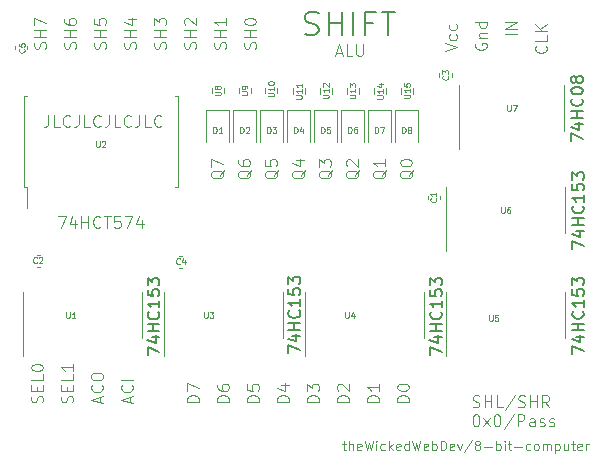
<source format=gbr>
%TF.GenerationSoftware,KiCad,Pcbnew,(5.1.10-1-10_14)*%
%TF.CreationDate,2021-09-22T20:52:25-04:00*%
%TF.ProjectId,SHIFT,53484946-542e-46b6-9963-61645f706362,rev?*%
%TF.SameCoordinates,Original*%
%TF.FileFunction,Legend,Top*%
%TF.FilePolarity,Positive*%
%FSLAX46Y46*%
G04 Gerber Fmt 4.6, Leading zero omitted, Abs format (unit mm)*
G04 Created by KiCad (PCBNEW (5.1.10-1-10_14)) date 2021-09-22 20:52:25*
%MOMM*%
%LPD*%
G01*
G04 APERTURE LIST*
%ADD10C,0.100000*%
%ADD11C,0.200000*%
%ADD12C,0.120000*%
%ADD13C,0.150000*%
G04 APERTURE END LIST*
D10*
X155051190Y-56246666D02*
X155527380Y-56246666D01*
X154955952Y-56532380D02*
X155289285Y-55532380D01*
X155622619Y-56532380D01*
X156432142Y-56532380D02*
X155955952Y-56532380D01*
X155955952Y-55532380D01*
X156765476Y-55532380D02*
X156765476Y-56341904D01*
X156813095Y-56437142D01*
X156860714Y-56484761D01*
X156955952Y-56532380D01*
X157146428Y-56532380D01*
X157241666Y-56484761D01*
X157289285Y-56437142D01*
X157336904Y-56341904D01*
X157336904Y-55532380D01*
X130690952Y-61542380D02*
X130690952Y-62256666D01*
X130643333Y-62399523D01*
X130548095Y-62494761D01*
X130405238Y-62542380D01*
X130310000Y-62542380D01*
X131643333Y-62542380D02*
X131167142Y-62542380D01*
X131167142Y-61542380D01*
X132548095Y-62447142D02*
X132500476Y-62494761D01*
X132357619Y-62542380D01*
X132262380Y-62542380D01*
X132119523Y-62494761D01*
X132024285Y-62399523D01*
X131976666Y-62304285D01*
X131929047Y-62113809D01*
X131929047Y-61970952D01*
X131976666Y-61780476D01*
X132024285Y-61685238D01*
X132119523Y-61590000D01*
X132262380Y-61542380D01*
X132357619Y-61542380D01*
X132500476Y-61590000D01*
X132548095Y-61637619D01*
X133262380Y-61542380D02*
X133262380Y-62256666D01*
X133214761Y-62399523D01*
X133119523Y-62494761D01*
X132976666Y-62542380D01*
X132881428Y-62542380D01*
X134214761Y-62542380D02*
X133738571Y-62542380D01*
X133738571Y-61542380D01*
X135119523Y-62447142D02*
X135071904Y-62494761D01*
X134929047Y-62542380D01*
X134833809Y-62542380D01*
X134690952Y-62494761D01*
X134595714Y-62399523D01*
X134548095Y-62304285D01*
X134500476Y-62113809D01*
X134500476Y-61970952D01*
X134548095Y-61780476D01*
X134595714Y-61685238D01*
X134690952Y-61590000D01*
X134833809Y-61542380D01*
X134929047Y-61542380D01*
X135071904Y-61590000D01*
X135119523Y-61637619D01*
X135833809Y-61542380D02*
X135833809Y-62256666D01*
X135786190Y-62399523D01*
X135690952Y-62494761D01*
X135548095Y-62542380D01*
X135452857Y-62542380D01*
X136786190Y-62542380D02*
X136310000Y-62542380D01*
X136310000Y-61542380D01*
X137690952Y-62447142D02*
X137643333Y-62494761D01*
X137500476Y-62542380D01*
X137405238Y-62542380D01*
X137262380Y-62494761D01*
X137167142Y-62399523D01*
X137119523Y-62304285D01*
X137071904Y-62113809D01*
X137071904Y-61970952D01*
X137119523Y-61780476D01*
X137167142Y-61685238D01*
X137262380Y-61590000D01*
X137405238Y-61542380D01*
X137500476Y-61542380D01*
X137643333Y-61590000D01*
X137690952Y-61637619D01*
X138405238Y-61542380D02*
X138405238Y-62256666D01*
X138357619Y-62399523D01*
X138262380Y-62494761D01*
X138119523Y-62542380D01*
X138024285Y-62542380D01*
X139357619Y-62542380D02*
X138881428Y-62542380D01*
X138881428Y-61542380D01*
X140262380Y-62447142D02*
X140214761Y-62494761D01*
X140071904Y-62542380D01*
X139976666Y-62542380D01*
X139833809Y-62494761D01*
X139738571Y-62399523D01*
X139690952Y-62304285D01*
X139643333Y-62113809D01*
X139643333Y-61970952D01*
X139690952Y-61780476D01*
X139738571Y-61685238D01*
X139833809Y-61590000D01*
X139976666Y-61542380D01*
X140071904Y-61542380D01*
X140214761Y-61590000D01*
X140262380Y-61637619D01*
X155571904Y-89368571D02*
X155876666Y-89368571D01*
X155686190Y-89101904D02*
X155686190Y-89787619D01*
X155724285Y-89863809D01*
X155800476Y-89901904D01*
X155876666Y-89901904D01*
X156143333Y-89901904D02*
X156143333Y-89101904D01*
X156486190Y-89901904D02*
X156486190Y-89482857D01*
X156448095Y-89406666D01*
X156371904Y-89368571D01*
X156257619Y-89368571D01*
X156181428Y-89406666D01*
X156143333Y-89444761D01*
X157171904Y-89863809D02*
X157095714Y-89901904D01*
X156943333Y-89901904D01*
X156867142Y-89863809D01*
X156829047Y-89787619D01*
X156829047Y-89482857D01*
X156867142Y-89406666D01*
X156943333Y-89368571D01*
X157095714Y-89368571D01*
X157171904Y-89406666D01*
X157210000Y-89482857D01*
X157210000Y-89559047D01*
X156829047Y-89635238D01*
X157476666Y-89101904D02*
X157667142Y-89901904D01*
X157819523Y-89330476D01*
X157971904Y-89901904D01*
X158162380Y-89101904D01*
X158467142Y-89901904D02*
X158467142Y-89368571D01*
X158467142Y-89101904D02*
X158429047Y-89140000D01*
X158467142Y-89178095D01*
X158505238Y-89140000D01*
X158467142Y-89101904D01*
X158467142Y-89178095D01*
X159190952Y-89863809D02*
X159114761Y-89901904D01*
X158962380Y-89901904D01*
X158886190Y-89863809D01*
X158848095Y-89825714D01*
X158810000Y-89749523D01*
X158810000Y-89520952D01*
X158848095Y-89444761D01*
X158886190Y-89406666D01*
X158962380Y-89368571D01*
X159114761Y-89368571D01*
X159190952Y-89406666D01*
X159533809Y-89901904D02*
X159533809Y-89101904D01*
X159610000Y-89597142D02*
X159838571Y-89901904D01*
X159838571Y-89368571D02*
X159533809Y-89673333D01*
X160486190Y-89863809D02*
X160410000Y-89901904D01*
X160257619Y-89901904D01*
X160181428Y-89863809D01*
X160143333Y-89787619D01*
X160143333Y-89482857D01*
X160181428Y-89406666D01*
X160257619Y-89368571D01*
X160410000Y-89368571D01*
X160486190Y-89406666D01*
X160524285Y-89482857D01*
X160524285Y-89559047D01*
X160143333Y-89635238D01*
X161210000Y-89901904D02*
X161210000Y-89101904D01*
X161210000Y-89863809D02*
X161133809Y-89901904D01*
X160981428Y-89901904D01*
X160905238Y-89863809D01*
X160867142Y-89825714D01*
X160829047Y-89749523D01*
X160829047Y-89520952D01*
X160867142Y-89444761D01*
X160905238Y-89406666D01*
X160981428Y-89368571D01*
X161133809Y-89368571D01*
X161210000Y-89406666D01*
X161514761Y-89101904D02*
X161705238Y-89901904D01*
X161857619Y-89330476D01*
X162010000Y-89901904D01*
X162200476Y-89101904D01*
X162810000Y-89863809D02*
X162733809Y-89901904D01*
X162581428Y-89901904D01*
X162505238Y-89863809D01*
X162467142Y-89787619D01*
X162467142Y-89482857D01*
X162505238Y-89406666D01*
X162581428Y-89368571D01*
X162733809Y-89368571D01*
X162810000Y-89406666D01*
X162848095Y-89482857D01*
X162848095Y-89559047D01*
X162467142Y-89635238D01*
X163190952Y-89901904D02*
X163190952Y-89101904D01*
X163190952Y-89406666D02*
X163267142Y-89368571D01*
X163419523Y-89368571D01*
X163495714Y-89406666D01*
X163533809Y-89444761D01*
X163571904Y-89520952D01*
X163571904Y-89749523D01*
X163533809Y-89825714D01*
X163495714Y-89863809D01*
X163419523Y-89901904D01*
X163267142Y-89901904D01*
X163190952Y-89863809D01*
X163914761Y-89901904D02*
X163914761Y-89101904D01*
X164105238Y-89101904D01*
X164219523Y-89140000D01*
X164295714Y-89216190D01*
X164333809Y-89292380D01*
X164371904Y-89444761D01*
X164371904Y-89559047D01*
X164333809Y-89711428D01*
X164295714Y-89787619D01*
X164219523Y-89863809D01*
X164105238Y-89901904D01*
X163914761Y-89901904D01*
X165019523Y-89863809D02*
X164943333Y-89901904D01*
X164790952Y-89901904D01*
X164714761Y-89863809D01*
X164676666Y-89787619D01*
X164676666Y-89482857D01*
X164714761Y-89406666D01*
X164790952Y-89368571D01*
X164943333Y-89368571D01*
X165019523Y-89406666D01*
X165057619Y-89482857D01*
X165057619Y-89559047D01*
X164676666Y-89635238D01*
X165324285Y-89368571D02*
X165514761Y-89901904D01*
X165705238Y-89368571D01*
X166581428Y-89063809D02*
X165895714Y-90092380D01*
X166962380Y-89444761D02*
X166886190Y-89406666D01*
X166848095Y-89368571D01*
X166810000Y-89292380D01*
X166810000Y-89254285D01*
X166848095Y-89178095D01*
X166886190Y-89140000D01*
X166962380Y-89101904D01*
X167114761Y-89101904D01*
X167190952Y-89140000D01*
X167229047Y-89178095D01*
X167267142Y-89254285D01*
X167267142Y-89292380D01*
X167229047Y-89368571D01*
X167190952Y-89406666D01*
X167114761Y-89444761D01*
X166962380Y-89444761D01*
X166886190Y-89482857D01*
X166848095Y-89520952D01*
X166810000Y-89597142D01*
X166810000Y-89749523D01*
X166848095Y-89825714D01*
X166886190Y-89863809D01*
X166962380Y-89901904D01*
X167114761Y-89901904D01*
X167190952Y-89863809D01*
X167229047Y-89825714D01*
X167267142Y-89749523D01*
X167267142Y-89597142D01*
X167229047Y-89520952D01*
X167190952Y-89482857D01*
X167114761Y-89444761D01*
X167610000Y-89597142D02*
X168219523Y-89597142D01*
X168600476Y-89901904D02*
X168600476Y-89101904D01*
X168600476Y-89406666D02*
X168676666Y-89368571D01*
X168829047Y-89368571D01*
X168905238Y-89406666D01*
X168943333Y-89444761D01*
X168981428Y-89520952D01*
X168981428Y-89749523D01*
X168943333Y-89825714D01*
X168905238Y-89863809D01*
X168829047Y-89901904D01*
X168676666Y-89901904D01*
X168600476Y-89863809D01*
X169324285Y-89901904D02*
X169324285Y-89368571D01*
X169324285Y-89101904D02*
X169286190Y-89140000D01*
X169324285Y-89178095D01*
X169362380Y-89140000D01*
X169324285Y-89101904D01*
X169324285Y-89178095D01*
X169590952Y-89368571D02*
X169895714Y-89368571D01*
X169705238Y-89101904D02*
X169705238Y-89787619D01*
X169743333Y-89863809D01*
X169819523Y-89901904D01*
X169895714Y-89901904D01*
X170162380Y-89597142D02*
X170771904Y-89597142D01*
X171495714Y-89863809D02*
X171419523Y-89901904D01*
X171267142Y-89901904D01*
X171190952Y-89863809D01*
X171152857Y-89825714D01*
X171114761Y-89749523D01*
X171114761Y-89520952D01*
X171152857Y-89444761D01*
X171190952Y-89406666D01*
X171267142Y-89368571D01*
X171419523Y-89368571D01*
X171495714Y-89406666D01*
X171952857Y-89901904D02*
X171876666Y-89863809D01*
X171838571Y-89825714D01*
X171800476Y-89749523D01*
X171800476Y-89520952D01*
X171838571Y-89444761D01*
X171876666Y-89406666D01*
X171952857Y-89368571D01*
X172067142Y-89368571D01*
X172143333Y-89406666D01*
X172181428Y-89444761D01*
X172219523Y-89520952D01*
X172219523Y-89749523D01*
X172181428Y-89825714D01*
X172143333Y-89863809D01*
X172067142Y-89901904D01*
X171952857Y-89901904D01*
X172562380Y-89901904D02*
X172562380Y-89368571D01*
X172562380Y-89444761D02*
X172600476Y-89406666D01*
X172676666Y-89368571D01*
X172790952Y-89368571D01*
X172867142Y-89406666D01*
X172905238Y-89482857D01*
X172905238Y-89901904D01*
X172905238Y-89482857D02*
X172943333Y-89406666D01*
X173019523Y-89368571D01*
X173133809Y-89368571D01*
X173210000Y-89406666D01*
X173248095Y-89482857D01*
X173248095Y-89901904D01*
X173629047Y-89368571D02*
X173629047Y-90168571D01*
X173629047Y-89406666D02*
X173705238Y-89368571D01*
X173857619Y-89368571D01*
X173933809Y-89406666D01*
X173971904Y-89444761D01*
X174010000Y-89520952D01*
X174010000Y-89749523D01*
X173971904Y-89825714D01*
X173933809Y-89863809D01*
X173857619Y-89901904D01*
X173705238Y-89901904D01*
X173629047Y-89863809D01*
X174695714Y-89368571D02*
X174695714Y-89901904D01*
X174352857Y-89368571D02*
X174352857Y-89787619D01*
X174390952Y-89863809D01*
X174467142Y-89901904D01*
X174581428Y-89901904D01*
X174657619Y-89863809D01*
X174695714Y-89825714D01*
X174962380Y-89368571D02*
X175267142Y-89368571D01*
X175076666Y-89101904D02*
X175076666Y-89787619D01*
X175114761Y-89863809D01*
X175190952Y-89901904D01*
X175267142Y-89901904D01*
X175838571Y-89863809D02*
X175762380Y-89901904D01*
X175610000Y-89901904D01*
X175533809Y-89863809D01*
X175495714Y-89787619D01*
X175495714Y-89482857D01*
X175533809Y-89406666D01*
X175610000Y-89368571D01*
X175762380Y-89368571D01*
X175838571Y-89406666D01*
X175876666Y-89482857D01*
X175876666Y-89559047D01*
X175495714Y-89635238D01*
X176219523Y-89901904D02*
X176219523Y-89368571D01*
X176219523Y-89520952D02*
X176257619Y-89444761D01*
X176295714Y-89406666D01*
X176371904Y-89368571D01*
X176448095Y-89368571D01*
X161583619Y-66184238D02*
X161536000Y-66279476D01*
X161440761Y-66374714D01*
X161297904Y-66517571D01*
X161250285Y-66612809D01*
X161250285Y-66708047D01*
X161488380Y-66660428D02*
X161440761Y-66755666D01*
X161345523Y-66850904D01*
X161155047Y-66898523D01*
X160821714Y-66898523D01*
X160631238Y-66850904D01*
X160536000Y-66755666D01*
X160488380Y-66660428D01*
X160488380Y-66469952D01*
X160536000Y-66374714D01*
X160631238Y-66279476D01*
X160821714Y-66231857D01*
X161155047Y-66231857D01*
X161345523Y-66279476D01*
X161440761Y-66374714D01*
X161488380Y-66469952D01*
X161488380Y-66660428D01*
X160488380Y-65612809D02*
X160488380Y-65517571D01*
X160536000Y-65422333D01*
X160583619Y-65374714D01*
X160678857Y-65327095D01*
X160869333Y-65279476D01*
X161107428Y-65279476D01*
X161297904Y-65327095D01*
X161393142Y-65374714D01*
X161440761Y-65422333D01*
X161488380Y-65517571D01*
X161488380Y-65612809D01*
X161440761Y-65708047D01*
X161393142Y-65755666D01*
X161297904Y-65803285D01*
X161107428Y-65850904D01*
X160869333Y-65850904D01*
X160678857Y-65803285D01*
X160583619Y-65755666D01*
X160536000Y-65708047D01*
X160488380Y-65612809D01*
X159297619Y-66184238D02*
X159250000Y-66279476D01*
X159154761Y-66374714D01*
X159011904Y-66517571D01*
X158964285Y-66612809D01*
X158964285Y-66708047D01*
X159202380Y-66660428D02*
X159154761Y-66755666D01*
X159059523Y-66850904D01*
X158869047Y-66898523D01*
X158535714Y-66898523D01*
X158345238Y-66850904D01*
X158250000Y-66755666D01*
X158202380Y-66660428D01*
X158202380Y-66469952D01*
X158250000Y-66374714D01*
X158345238Y-66279476D01*
X158535714Y-66231857D01*
X158869047Y-66231857D01*
X159059523Y-66279476D01*
X159154761Y-66374714D01*
X159202380Y-66469952D01*
X159202380Y-66660428D01*
X159202380Y-65279476D02*
X159202380Y-65850904D01*
X159202380Y-65565190D02*
X158202380Y-65565190D01*
X158345238Y-65660428D01*
X158440476Y-65755666D01*
X158488095Y-65850904D01*
X157011619Y-66184238D02*
X156964000Y-66279476D01*
X156868761Y-66374714D01*
X156725904Y-66517571D01*
X156678285Y-66612809D01*
X156678285Y-66708047D01*
X156916380Y-66660428D02*
X156868761Y-66755666D01*
X156773523Y-66850904D01*
X156583047Y-66898523D01*
X156249714Y-66898523D01*
X156059238Y-66850904D01*
X155964000Y-66755666D01*
X155916380Y-66660428D01*
X155916380Y-66469952D01*
X155964000Y-66374714D01*
X156059238Y-66279476D01*
X156249714Y-66231857D01*
X156583047Y-66231857D01*
X156773523Y-66279476D01*
X156868761Y-66374714D01*
X156916380Y-66469952D01*
X156916380Y-66660428D01*
X156011619Y-65850904D02*
X155964000Y-65803285D01*
X155916380Y-65708047D01*
X155916380Y-65469952D01*
X155964000Y-65374714D01*
X156011619Y-65327095D01*
X156106857Y-65279476D01*
X156202095Y-65279476D01*
X156344952Y-65327095D01*
X156916380Y-65898523D01*
X156916380Y-65279476D01*
X154725619Y-66184238D02*
X154678000Y-66279476D01*
X154582761Y-66374714D01*
X154439904Y-66517571D01*
X154392285Y-66612809D01*
X154392285Y-66708047D01*
X154630380Y-66660428D02*
X154582761Y-66755666D01*
X154487523Y-66850904D01*
X154297047Y-66898523D01*
X153963714Y-66898523D01*
X153773238Y-66850904D01*
X153678000Y-66755666D01*
X153630380Y-66660428D01*
X153630380Y-66469952D01*
X153678000Y-66374714D01*
X153773238Y-66279476D01*
X153963714Y-66231857D01*
X154297047Y-66231857D01*
X154487523Y-66279476D01*
X154582761Y-66374714D01*
X154630380Y-66469952D01*
X154630380Y-66660428D01*
X153630380Y-65898523D02*
X153630380Y-65279476D01*
X154011333Y-65612809D01*
X154011333Y-65469952D01*
X154058952Y-65374714D01*
X154106571Y-65327095D01*
X154201809Y-65279476D01*
X154439904Y-65279476D01*
X154535142Y-65327095D01*
X154582761Y-65374714D01*
X154630380Y-65469952D01*
X154630380Y-65755666D01*
X154582761Y-65850904D01*
X154535142Y-65898523D01*
X152439619Y-66184238D02*
X152392000Y-66279476D01*
X152296761Y-66374714D01*
X152153904Y-66517571D01*
X152106285Y-66612809D01*
X152106285Y-66708047D01*
X152344380Y-66660428D02*
X152296761Y-66755666D01*
X152201523Y-66850904D01*
X152011047Y-66898523D01*
X151677714Y-66898523D01*
X151487238Y-66850904D01*
X151392000Y-66755666D01*
X151344380Y-66660428D01*
X151344380Y-66469952D01*
X151392000Y-66374714D01*
X151487238Y-66279476D01*
X151677714Y-66231857D01*
X152011047Y-66231857D01*
X152201523Y-66279476D01*
X152296761Y-66374714D01*
X152344380Y-66469952D01*
X152344380Y-66660428D01*
X151677714Y-65374714D02*
X152344380Y-65374714D01*
X151296761Y-65612809D02*
X152011047Y-65850904D01*
X152011047Y-65231857D01*
X150153619Y-66184238D02*
X150106000Y-66279476D01*
X150010761Y-66374714D01*
X149867904Y-66517571D01*
X149820285Y-66612809D01*
X149820285Y-66708047D01*
X150058380Y-66660428D02*
X150010761Y-66755666D01*
X149915523Y-66850904D01*
X149725047Y-66898523D01*
X149391714Y-66898523D01*
X149201238Y-66850904D01*
X149106000Y-66755666D01*
X149058380Y-66660428D01*
X149058380Y-66469952D01*
X149106000Y-66374714D01*
X149201238Y-66279476D01*
X149391714Y-66231857D01*
X149725047Y-66231857D01*
X149915523Y-66279476D01*
X150010761Y-66374714D01*
X150058380Y-66469952D01*
X150058380Y-66660428D01*
X149058380Y-65327095D02*
X149058380Y-65803285D01*
X149534571Y-65850904D01*
X149486952Y-65803285D01*
X149439333Y-65708047D01*
X149439333Y-65469952D01*
X149486952Y-65374714D01*
X149534571Y-65327095D01*
X149629809Y-65279476D01*
X149867904Y-65279476D01*
X149963142Y-65327095D01*
X150010761Y-65374714D01*
X150058380Y-65469952D01*
X150058380Y-65708047D01*
X150010761Y-65803285D01*
X149963142Y-65850904D01*
X147867619Y-66184238D02*
X147820000Y-66279476D01*
X147724761Y-66374714D01*
X147581904Y-66517571D01*
X147534285Y-66612809D01*
X147534285Y-66708047D01*
X147772380Y-66660428D02*
X147724761Y-66755666D01*
X147629523Y-66850904D01*
X147439047Y-66898523D01*
X147105714Y-66898523D01*
X146915238Y-66850904D01*
X146820000Y-66755666D01*
X146772380Y-66660428D01*
X146772380Y-66469952D01*
X146820000Y-66374714D01*
X146915238Y-66279476D01*
X147105714Y-66231857D01*
X147439047Y-66231857D01*
X147629523Y-66279476D01*
X147724761Y-66374714D01*
X147772380Y-66469952D01*
X147772380Y-66660428D01*
X146772380Y-65374714D02*
X146772380Y-65565190D01*
X146820000Y-65660428D01*
X146867619Y-65708047D01*
X147010476Y-65803285D01*
X147200952Y-65850904D01*
X147581904Y-65850904D01*
X147677142Y-65803285D01*
X147724761Y-65755666D01*
X147772380Y-65660428D01*
X147772380Y-65469952D01*
X147724761Y-65374714D01*
X147677142Y-65327095D01*
X147581904Y-65279476D01*
X147343809Y-65279476D01*
X147248571Y-65327095D01*
X147200952Y-65374714D01*
X147153333Y-65469952D01*
X147153333Y-65660428D01*
X147200952Y-65755666D01*
X147248571Y-65803285D01*
X147343809Y-65850904D01*
X145581619Y-66184238D02*
X145534000Y-66279476D01*
X145438761Y-66374714D01*
X145295904Y-66517571D01*
X145248285Y-66612809D01*
X145248285Y-66708047D01*
X145486380Y-66660428D02*
X145438761Y-66755666D01*
X145343523Y-66850904D01*
X145153047Y-66898523D01*
X144819714Y-66898523D01*
X144629238Y-66850904D01*
X144534000Y-66755666D01*
X144486380Y-66660428D01*
X144486380Y-66469952D01*
X144534000Y-66374714D01*
X144629238Y-66279476D01*
X144819714Y-66231857D01*
X145153047Y-66231857D01*
X145343523Y-66279476D01*
X145438761Y-66374714D01*
X145486380Y-66469952D01*
X145486380Y-66660428D01*
X144486380Y-65898523D02*
X144486380Y-65231857D01*
X145486380Y-65660428D01*
X166625476Y-86218761D02*
X166768333Y-86266380D01*
X167006428Y-86266380D01*
X167101666Y-86218761D01*
X167149285Y-86171142D01*
X167196904Y-86075904D01*
X167196904Y-85980666D01*
X167149285Y-85885428D01*
X167101666Y-85837809D01*
X167006428Y-85790190D01*
X166815952Y-85742571D01*
X166720714Y-85694952D01*
X166673095Y-85647333D01*
X166625476Y-85552095D01*
X166625476Y-85456857D01*
X166673095Y-85361619D01*
X166720714Y-85314000D01*
X166815952Y-85266380D01*
X167054047Y-85266380D01*
X167196904Y-85314000D01*
X167625476Y-86266380D02*
X167625476Y-85266380D01*
X167625476Y-85742571D02*
X168196904Y-85742571D01*
X168196904Y-86266380D02*
X168196904Y-85266380D01*
X169149285Y-86266380D02*
X168673095Y-86266380D01*
X168673095Y-85266380D01*
X170196904Y-85218761D02*
X169339761Y-86504476D01*
X170482619Y-86218761D02*
X170625476Y-86266380D01*
X170863571Y-86266380D01*
X170958809Y-86218761D01*
X171006428Y-86171142D01*
X171054047Y-86075904D01*
X171054047Y-85980666D01*
X171006428Y-85885428D01*
X170958809Y-85837809D01*
X170863571Y-85790190D01*
X170673095Y-85742571D01*
X170577857Y-85694952D01*
X170530238Y-85647333D01*
X170482619Y-85552095D01*
X170482619Y-85456857D01*
X170530238Y-85361619D01*
X170577857Y-85314000D01*
X170673095Y-85266380D01*
X170911190Y-85266380D01*
X171054047Y-85314000D01*
X171482619Y-86266380D02*
X171482619Y-85266380D01*
X171482619Y-85742571D02*
X172054047Y-85742571D01*
X172054047Y-86266380D02*
X172054047Y-85266380D01*
X173101666Y-86266380D02*
X172768333Y-85790190D01*
X172530238Y-86266380D02*
X172530238Y-85266380D01*
X172911190Y-85266380D01*
X173006428Y-85314000D01*
X173054047Y-85361619D01*
X173101666Y-85456857D01*
X173101666Y-85599714D01*
X173054047Y-85694952D01*
X173006428Y-85742571D01*
X172911190Y-85790190D01*
X172530238Y-85790190D01*
X166863571Y-86866380D02*
X166958809Y-86866380D01*
X167054047Y-86914000D01*
X167101666Y-86961619D01*
X167149285Y-87056857D01*
X167196904Y-87247333D01*
X167196904Y-87485428D01*
X167149285Y-87675904D01*
X167101666Y-87771142D01*
X167054047Y-87818761D01*
X166958809Y-87866380D01*
X166863571Y-87866380D01*
X166768333Y-87818761D01*
X166720714Y-87771142D01*
X166673095Y-87675904D01*
X166625476Y-87485428D01*
X166625476Y-87247333D01*
X166673095Y-87056857D01*
X166720714Y-86961619D01*
X166768333Y-86914000D01*
X166863571Y-86866380D01*
X167530238Y-87866380D02*
X168054047Y-87199714D01*
X167530238Y-87199714D02*
X168054047Y-87866380D01*
X168625476Y-86866380D02*
X168720714Y-86866380D01*
X168815952Y-86914000D01*
X168863571Y-86961619D01*
X168911190Y-87056857D01*
X168958809Y-87247333D01*
X168958809Y-87485428D01*
X168911190Y-87675904D01*
X168863571Y-87771142D01*
X168815952Y-87818761D01*
X168720714Y-87866380D01*
X168625476Y-87866380D01*
X168530238Y-87818761D01*
X168482619Y-87771142D01*
X168435000Y-87675904D01*
X168387380Y-87485428D01*
X168387380Y-87247333D01*
X168435000Y-87056857D01*
X168482619Y-86961619D01*
X168530238Y-86914000D01*
X168625476Y-86866380D01*
X170101666Y-86818761D02*
X169244523Y-88104476D01*
X170435000Y-87866380D02*
X170435000Y-86866380D01*
X170815952Y-86866380D01*
X170911190Y-86914000D01*
X170958809Y-86961619D01*
X171006428Y-87056857D01*
X171006428Y-87199714D01*
X170958809Y-87294952D01*
X170911190Y-87342571D01*
X170815952Y-87390190D01*
X170435000Y-87390190D01*
X171863571Y-87866380D02*
X171863571Y-87342571D01*
X171815952Y-87247333D01*
X171720714Y-87199714D01*
X171530238Y-87199714D01*
X171435000Y-87247333D01*
X171863571Y-87818761D02*
X171768333Y-87866380D01*
X171530238Y-87866380D01*
X171435000Y-87818761D01*
X171387380Y-87723523D01*
X171387380Y-87628285D01*
X171435000Y-87533047D01*
X171530238Y-87485428D01*
X171768333Y-87485428D01*
X171863571Y-87437809D01*
X172292142Y-87818761D02*
X172387380Y-87866380D01*
X172577857Y-87866380D01*
X172673095Y-87818761D01*
X172720714Y-87723523D01*
X172720714Y-87675904D01*
X172673095Y-87580666D01*
X172577857Y-87533047D01*
X172435000Y-87533047D01*
X172339761Y-87485428D01*
X172292142Y-87390190D01*
X172292142Y-87342571D01*
X172339761Y-87247333D01*
X172435000Y-87199714D01*
X172577857Y-87199714D01*
X172673095Y-87247333D01*
X173101666Y-87818761D02*
X173196904Y-87866380D01*
X173387380Y-87866380D01*
X173482619Y-87818761D01*
X173530238Y-87723523D01*
X173530238Y-87675904D01*
X173482619Y-87580666D01*
X173387380Y-87533047D01*
X173244523Y-87533047D01*
X173149285Y-87485428D01*
X173101666Y-87390190D01*
X173101666Y-87342571D01*
X173149285Y-87247333D01*
X173244523Y-87199714D01*
X173387380Y-87199714D01*
X173482619Y-87247333D01*
D11*
X152430952Y-54689523D02*
X152716666Y-54784761D01*
X153192857Y-54784761D01*
X153383333Y-54689523D01*
X153478571Y-54594285D01*
X153573809Y-54403809D01*
X153573809Y-54213333D01*
X153478571Y-54022857D01*
X153383333Y-53927619D01*
X153192857Y-53832380D01*
X152811904Y-53737142D01*
X152621428Y-53641904D01*
X152526190Y-53546666D01*
X152430952Y-53356190D01*
X152430952Y-53165714D01*
X152526190Y-52975238D01*
X152621428Y-52880000D01*
X152811904Y-52784761D01*
X153288095Y-52784761D01*
X153573809Y-52880000D01*
X154430952Y-54784761D02*
X154430952Y-52784761D01*
X154430952Y-53737142D02*
X155573809Y-53737142D01*
X155573809Y-54784761D02*
X155573809Y-52784761D01*
X156526190Y-54784761D02*
X156526190Y-52784761D01*
X158145238Y-53737142D02*
X157478571Y-53737142D01*
X157478571Y-54784761D02*
X157478571Y-52784761D01*
X158430952Y-52784761D01*
X158907142Y-52784761D02*
X160050000Y-52784761D01*
X159478571Y-54784761D02*
X159478571Y-52784761D01*
D10*
X161234380Y-85802904D02*
X160234380Y-85802904D01*
X160234380Y-85564809D01*
X160282000Y-85421952D01*
X160377238Y-85326714D01*
X160472476Y-85279095D01*
X160662952Y-85231476D01*
X160805809Y-85231476D01*
X160996285Y-85279095D01*
X161091523Y-85326714D01*
X161186761Y-85421952D01*
X161234380Y-85564809D01*
X161234380Y-85802904D01*
X160234380Y-84612428D02*
X160234380Y-84517190D01*
X160282000Y-84421952D01*
X160329619Y-84374333D01*
X160424857Y-84326714D01*
X160615333Y-84279095D01*
X160853428Y-84279095D01*
X161043904Y-84326714D01*
X161139142Y-84374333D01*
X161186761Y-84421952D01*
X161234380Y-84517190D01*
X161234380Y-84612428D01*
X161186761Y-84707666D01*
X161139142Y-84755285D01*
X161043904Y-84802904D01*
X160853428Y-84850523D01*
X160615333Y-84850523D01*
X160424857Y-84802904D01*
X160329619Y-84755285D01*
X160282000Y-84707666D01*
X160234380Y-84612428D01*
X158694380Y-85802904D02*
X157694380Y-85802904D01*
X157694380Y-85564809D01*
X157742000Y-85421952D01*
X157837238Y-85326714D01*
X157932476Y-85279095D01*
X158122952Y-85231476D01*
X158265809Y-85231476D01*
X158456285Y-85279095D01*
X158551523Y-85326714D01*
X158646761Y-85421952D01*
X158694380Y-85564809D01*
X158694380Y-85802904D01*
X158694380Y-84279095D02*
X158694380Y-84850523D01*
X158694380Y-84564809D02*
X157694380Y-84564809D01*
X157837238Y-84660047D01*
X157932476Y-84755285D01*
X157980095Y-84850523D01*
X156154380Y-85802904D02*
X155154380Y-85802904D01*
X155154380Y-85564809D01*
X155202000Y-85421952D01*
X155297238Y-85326714D01*
X155392476Y-85279095D01*
X155582952Y-85231476D01*
X155725809Y-85231476D01*
X155916285Y-85279095D01*
X156011523Y-85326714D01*
X156106761Y-85421952D01*
X156154380Y-85564809D01*
X156154380Y-85802904D01*
X155249619Y-84850523D02*
X155202000Y-84802904D01*
X155154380Y-84707666D01*
X155154380Y-84469571D01*
X155202000Y-84374333D01*
X155249619Y-84326714D01*
X155344857Y-84279095D01*
X155440095Y-84279095D01*
X155582952Y-84326714D01*
X156154380Y-84898142D01*
X156154380Y-84279095D01*
X153614380Y-85802904D02*
X152614380Y-85802904D01*
X152614380Y-85564809D01*
X152662000Y-85421952D01*
X152757238Y-85326714D01*
X152852476Y-85279095D01*
X153042952Y-85231476D01*
X153185809Y-85231476D01*
X153376285Y-85279095D01*
X153471523Y-85326714D01*
X153566761Y-85421952D01*
X153614380Y-85564809D01*
X153614380Y-85802904D01*
X152614380Y-84898142D02*
X152614380Y-84279095D01*
X152995333Y-84612428D01*
X152995333Y-84469571D01*
X153042952Y-84374333D01*
X153090571Y-84326714D01*
X153185809Y-84279095D01*
X153423904Y-84279095D01*
X153519142Y-84326714D01*
X153566761Y-84374333D01*
X153614380Y-84469571D01*
X153614380Y-84755285D01*
X153566761Y-84850523D01*
X153519142Y-84898142D01*
X151074380Y-85802904D02*
X150074380Y-85802904D01*
X150074380Y-85564809D01*
X150122000Y-85421952D01*
X150217238Y-85326714D01*
X150312476Y-85279095D01*
X150502952Y-85231476D01*
X150645809Y-85231476D01*
X150836285Y-85279095D01*
X150931523Y-85326714D01*
X151026761Y-85421952D01*
X151074380Y-85564809D01*
X151074380Y-85802904D01*
X150407714Y-84374333D02*
X151074380Y-84374333D01*
X150026761Y-84612428D02*
X150741047Y-84850523D01*
X150741047Y-84231476D01*
X148534380Y-85802904D02*
X147534380Y-85802904D01*
X147534380Y-85564809D01*
X147582000Y-85421952D01*
X147677238Y-85326714D01*
X147772476Y-85279095D01*
X147962952Y-85231476D01*
X148105809Y-85231476D01*
X148296285Y-85279095D01*
X148391523Y-85326714D01*
X148486761Y-85421952D01*
X148534380Y-85564809D01*
X148534380Y-85802904D01*
X147534380Y-84326714D02*
X147534380Y-84802904D01*
X148010571Y-84850523D01*
X147962952Y-84802904D01*
X147915333Y-84707666D01*
X147915333Y-84469571D01*
X147962952Y-84374333D01*
X148010571Y-84326714D01*
X148105809Y-84279095D01*
X148343904Y-84279095D01*
X148439142Y-84326714D01*
X148486761Y-84374333D01*
X148534380Y-84469571D01*
X148534380Y-84707666D01*
X148486761Y-84802904D01*
X148439142Y-84850523D01*
X145994380Y-85802904D02*
X144994380Y-85802904D01*
X144994380Y-85564809D01*
X145042000Y-85421952D01*
X145137238Y-85326714D01*
X145232476Y-85279095D01*
X145422952Y-85231476D01*
X145565809Y-85231476D01*
X145756285Y-85279095D01*
X145851523Y-85326714D01*
X145946761Y-85421952D01*
X145994380Y-85564809D01*
X145994380Y-85802904D01*
X144994380Y-84374333D02*
X144994380Y-84564809D01*
X145042000Y-84660047D01*
X145089619Y-84707666D01*
X145232476Y-84802904D01*
X145422952Y-84850523D01*
X145803904Y-84850523D01*
X145899142Y-84802904D01*
X145946761Y-84755285D01*
X145994380Y-84660047D01*
X145994380Y-84469571D01*
X145946761Y-84374333D01*
X145899142Y-84326714D01*
X145803904Y-84279095D01*
X145565809Y-84279095D01*
X145470571Y-84326714D01*
X145422952Y-84374333D01*
X145375333Y-84469571D01*
X145375333Y-84660047D01*
X145422952Y-84755285D01*
X145470571Y-84802904D01*
X145565809Y-84850523D01*
X143454380Y-85802904D02*
X142454380Y-85802904D01*
X142454380Y-85564809D01*
X142502000Y-85421952D01*
X142597238Y-85326714D01*
X142692476Y-85279095D01*
X142882952Y-85231476D01*
X143025809Y-85231476D01*
X143216285Y-85279095D01*
X143311523Y-85326714D01*
X143406761Y-85421952D01*
X143454380Y-85564809D01*
X143454380Y-85802904D01*
X142454380Y-84898142D02*
X142454380Y-84231476D01*
X143454380Y-84660047D01*
X137580666Y-85850523D02*
X137580666Y-85374333D01*
X137866380Y-85945761D02*
X136866380Y-85612428D01*
X137866380Y-85279095D01*
X137771142Y-84374333D02*
X137818761Y-84421952D01*
X137866380Y-84564809D01*
X137866380Y-84660047D01*
X137818761Y-84802904D01*
X137723523Y-84898142D01*
X137628285Y-84945761D01*
X137437809Y-84993380D01*
X137294952Y-84993380D01*
X137104476Y-84945761D01*
X137009238Y-84898142D01*
X136914000Y-84802904D01*
X136866380Y-84660047D01*
X136866380Y-84564809D01*
X136914000Y-84421952D01*
X136961619Y-84374333D01*
X137866380Y-83945761D02*
X136866380Y-83945761D01*
X135040666Y-85850523D02*
X135040666Y-85374333D01*
X135326380Y-85945761D02*
X134326380Y-85612428D01*
X135326380Y-85279095D01*
X135231142Y-84374333D02*
X135278761Y-84421952D01*
X135326380Y-84564809D01*
X135326380Y-84660047D01*
X135278761Y-84802904D01*
X135183523Y-84898142D01*
X135088285Y-84945761D01*
X134897809Y-84993380D01*
X134754952Y-84993380D01*
X134564476Y-84945761D01*
X134469238Y-84898142D01*
X134374000Y-84802904D01*
X134326380Y-84660047D01*
X134326380Y-84564809D01*
X134374000Y-84421952D01*
X134421619Y-84374333D01*
X134326380Y-83755285D02*
X134326380Y-83564809D01*
X134374000Y-83469571D01*
X134469238Y-83374333D01*
X134659714Y-83326714D01*
X134993047Y-83326714D01*
X135183523Y-83374333D01*
X135278761Y-83469571D01*
X135326380Y-83564809D01*
X135326380Y-83755285D01*
X135278761Y-83850523D01*
X135183523Y-83945761D01*
X134993047Y-83993380D01*
X134659714Y-83993380D01*
X134469238Y-83945761D01*
X134374000Y-83850523D01*
X134326380Y-83755285D01*
X132738761Y-85850523D02*
X132786380Y-85707666D01*
X132786380Y-85469571D01*
X132738761Y-85374333D01*
X132691142Y-85326714D01*
X132595904Y-85279095D01*
X132500666Y-85279095D01*
X132405428Y-85326714D01*
X132357809Y-85374333D01*
X132310190Y-85469571D01*
X132262571Y-85660047D01*
X132214952Y-85755285D01*
X132167333Y-85802904D01*
X132072095Y-85850523D01*
X131976857Y-85850523D01*
X131881619Y-85802904D01*
X131834000Y-85755285D01*
X131786380Y-85660047D01*
X131786380Y-85421952D01*
X131834000Y-85279095D01*
X132262571Y-84850523D02*
X132262571Y-84517190D01*
X132786380Y-84374333D02*
X132786380Y-84850523D01*
X131786380Y-84850523D01*
X131786380Y-84374333D01*
X132786380Y-83469571D02*
X132786380Y-83945761D01*
X131786380Y-83945761D01*
X132786380Y-82612428D02*
X132786380Y-83183857D01*
X132786380Y-82898142D02*
X131786380Y-82898142D01*
X131929238Y-82993380D01*
X132024476Y-83088619D01*
X132072095Y-83183857D01*
X130198761Y-85850523D02*
X130246380Y-85707666D01*
X130246380Y-85469571D01*
X130198761Y-85374333D01*
X130151142Y-85326714D01*
X130055904Y-85279095D01*
X129960666Y-85279095D01*
X129865428Y-85326714D01*
X129817809Y-85374333D01*
X129770190Y-85469571D01*
X129722571Y-85660047D01*
X129674952Y-85755285D01*
X129627333Y-85802904D01*
X129532095Y-85850523D01*
X129436857Y-85850523D01*
X129341619Y-85802904D01*
X129294000Y-85755285D01*
X129246380Y-85660047D01*
X129246380Y-85421952D01*
X129294000Y-85279095D01*
X129722571Y-84850523D02*
X129722571Y-84517190D01*
X130246380Y-84374333D02*
X130246380Y-84850523D01*
X129246380Y-84850523D01*
X129246380Y-84374333D01*
X130246380Y-83469571D02*
X130246380Y-83945761D01*
X129246380Y-83945761D01*
X129246380Y-82945761D02*
X129246380Y-82850523D01*
X129294000Y-82755285D01*
X129341619Y-82707666D01*
X129436857Y-82660047D01*
X129627333Y-82612428D01*
X129865428Y-82612428D01*
X130055904Y-82660047D01*
X130151142Y-82707666D01*
X130198761Y-82755285D01*
X130246380Y-82850523D01*
X130246380Y-82945761D01*
X130198761Y-83041000D01*
X130151142Y-83088619D01*
X130055904Y-83136238D01*
X129865428Y-83183857D01*
X129627333Y-83183857D01*
X129436857Y-83136238D01*
X129341619Y-83088619D01*
X129294000Y-83041000D01*
X129246380Y-82945761D01*
X172823142Y-55659000D02*
X172870761Y-55706619D01*
X172918380Y-55849476D01*
X172918380Y-55944714D01*
X172870761Y-56087571D01*
X172775523Y-56182809D01*
X172680285Y-56230428D01*
X172489809Y-56278047D01*
X172346952Y-56278047D01*
X172156476Y-56230428D01*
X172061238Y-56182809D01*
X171966000Y-56087571D01*
X171918380Y-55944714D01*
X171918380Y-55849476D01*
X171966000Y-55706619D01*
X172013619Y-55659000D01*
X172918380Y-54754238D02*
X172918380Y-55230428D01*
X171918380Y-55230428D01*
X172918380Y-54420904D02*
X171918380Y-54420904D01*
X172918380Y-53849476D02*
X172346952Y-54278047D01*
X171918380Y-53849476D02*
X172489809Y-54420904D01*
X170378380Y-54690714D02*
X169378380Y-54690714D01*
X170378380Y-54214523D02*
X169378380Y-54214523D01*
X170378380Y-53643095D01*
X169378380Y-53643095D01*
X166886000Y-55452619D02*
X166838380Y-55547857D01*
X166838380Y-55690714D01*
X166886000Y-55833571D01*
X166981238Y-55928809D01*
X167076476Y-55976428D01*
X167266952Y-56024047D01*
X167409809Y-56024047D01*
X167600285Y-55976428D01*
X167695523Y-55928809D01*
X167790761Y-55833571D01*
X167838380Y-55690714D01*
X167838380Y-55595476D01*
X167790761Y-55452619D01*
X167743142Y-55405000D01*
X167409809Y-55405000D01*
X167409809Y-55595476D01*
X167171714Y-54976428D02*
X167838380Y-54976428D01*
X167266952Y-54976428D02*
X167219333Y-54928809D01*
X167171714Y-54833571D01*
X167171714Y-54690714D01*
X167219333Y-54595476D01*
X167314571Y-54547857D01*
X167838380Y-54547857D01*
X167838380Y-53643095D02*
X166838380Y-53643095D01*
X167790761Y-53643095D02*
X167838380Y-53738333D01*
X167838380Y-53928809D01*
X167790761Y-54024047D01*
X167743142Y-54071666D01*
X167647904Y-54119285D01*
X167362190Y-54119285D01*
X167266952Y-54071666D01*
X167219333Y-54024047D01*
X167171714Y-53928809D01*
X167171714Y-53738333D01*
X167219333Y-53643095D01*
X164298380Y-56135190D02*
X165298380Y-55801857D01*
X164298380Y-55468523D01*
X165250761Y-54706619D02*
X165298380Y-54801857D01*
X165298380Y-54992333D01*
X165250761Y-55087571D01*
X165203142Y-55135190D01*
X165107904Y-55182809D01*
X164822190Y-55182809D01*
X164726952Y-55135190D01*
X164679333Y-55087571D01*
X164631714Y-54992333D01*
X164631714Y-54801857D01*
X164679333Y-54706619D01*
X165250761Y-53849476D02*
X165298380Y-53944714D01*
X165298380Y-54135190D01*
X165250761Y-54230428D01*
X165203142Y-54278047D01*
X165107904Y-54325666D01*
X164822190Y-54325666D01*
X164726952Y-54278047D01*
X164679333Y-54230428D01*
X164631714Y-54135190D01*
X164631714Y-53944714D01*
X164679333Y-53849476D01*
X148232761Y-55895714D02*
X148280380Y-55752857D01*
X148280380Y-55514761D01*
X148232761Y-55419523D01*
X148185142Y-55371904D01*
X148089904Y-55324285D01*
X147994666Y-55324285D01*
X147899428Y-55371904D01*
X147851809Y-55419523D01*
X147804190Y-55514761D01*
X147756571Y-55705238D01*
X147708952Y-55800476D01*
X147661333Y-55848095D01*
X147566095Y-55895714D01*
X147470857Y-55895714D01*
X147375619Y-55848095D01*
X147328000Y-55800476D01*
X147280380Y-55705238D01*
X147280380Y-55467142D01*
X147328000Y-55324285D01*
X148280380Y-54895714D02*
X147280380Y-54895714D01*
X147756571Y-54895714D02*
X147756571Y-54324285D01*
X148280380Y-54324285D02*
X147280380Y-54324285D01*
X147280380Y-53657619D02*
X147280380Y-53562380D01*
X147328000Y-53467142D01*
X147375619Y-53419523D01*
X147470857Y-53371904D01*
X147661333Y-53324285D01*
X147899428Y-53324285D01*
X148089904Y-53371904D01*
X148185142Y-53419523D01*
X148232761Y-53467142D01*
X148280380Y-53562380D01*
X148280380Y-53657619D01*
X148232761Y-53752857D01*
X148185142Y-53800476D01*
X148089904Y-53848095D01*
X147899428Y-53895714D01*
X147661333Y-53895714D01*
X147470857Y-53848095D01*
X147375619Y-53800476D01*
X147328000Y-53752857D01*
X147280380Y-53657619D01*
X145692761Y-55895714D02*
X145740380Y-55752857D01*
X145740380Y-55514761D01*
X145692761Y-55419523D01*
X145645142Y-55371904D01*
X145549904Y-55324285D01*
X145454666Y-55324285D01*
X145359428Y-55371904D01*
X145311809Y-55419523D01*
X145264190Y-55514761D01*
X145216571Y-55705238D01*
X145168952Y-55800476D01*
X145121333Y-55848095D01*
X145026095Y-55895714D01*
X144930857Y-55895714D01*
X144835619Y-55848095D01*
X144788000Y-55800476D01*
X144740380Y-55705238D01*
X144740380Y-55467142D01*
X144788000Y-55324285D01*
X145740380Y-54895714D02*
X144740380Y-54895714D01*
X145216571Y-54895714D02*
X145216571Y-54324285D01*
X145740380Y-54324285D02*
X144740380Y-54324285D01*
X145740380Y-53324285D02*
X145740380Y-53895714D01*
X145740380Y-53610000D02*
X144740380Y-53610000D01*
X144883238Y-53705238D01*
X144978476Y-53800476D01*
X145026095Y-53895714D01*
X143152761Y-55895714D02*
X143200380Y-55752857D01*
X143200380Y-55514761D01*
X143152761Y-55419523D01*
X143105142Y-55371904D01*
X143009904Y-55324285D01*
X142914666Y-55324285D01*
X142819428Y-55371904D01*
X142771809Y-55419523D01*
X142724190Y-55514761D01*
X142676571Y-55705238D01*
X142628952Y-55800476D01*
X142581333Y-55848095D01*
X142486095Y-55895714D01*
X142390857Y-55895714D01*
X142295619Y-55848095D01*
X142248000Y-55800476D01*
X142200380Y-55705238D01*
X142200380Y-55467142D01*
X142248000Y-55324285D01*
X143200380Y-54895714D02*
X142200380Y-54895714D01*
X142676571Y-54895714D02*
X142676571Y-54324285D01*
X143200380Y-54324285D02*
X142200380Y-54324285D01*
X142295619Y-53895714D02*
X142248000Y-53848095D01*
X142200380Y-53752857D01*
X142200380Y-53514761D01*
X142248000Y-53419523D01*
X142295619Y-53371904D01*
X142390857Y-53324285D01*
X142486095Y-53324285D01*
X142628952Y-53371904D01*
X143200380Y-53943333D01*
X143200380Y-53324285D01*
X140612761Y-55895714D02*
X140660380Y-55752857D01*
X140660380Y-55514761D01*
X140612761Y-55419523D01*
X140565142Y-55371904D01*
X140469904Y-55324285D01*
X140374666Y-55324285D01*
X140279428Y-55371904D01*
X140231809Y-55419523D01*
X140184190Y-55514761D01*
X140136571Y-55705238D01*
X140088952Y-55800476D01*
X140041333Y-55848095D01*
X139946095Y-55895714D01*
X139850857Y-55895714D01*
X139755619Y-55848095D01*
X139708000Y-55800476D01*
X139660380Y-55705238D01*
X139660380Y-55467142D01*
X139708000Y-55324285D01*
X140660380Y-54895714D02*
X139660380Y-54895714D01*
X140136571Y-54895714D02*
X140136571Y-54324285D01*
X140660380Y-54324285D02*
X139660380Y-54324285D01*
X139660380Y-53943333D02*
X139660380Y-53324285D01*
X140041333Y-53657619D01*
X140041333Y-53514761D01*
X140088952Y-53419523D01*
X140136571Y-53371904D01*
X140231809Y-53324285D01*
X140469904Y-53324285D01*
X140565142Y-53371904D01*
X140612761Y-53419523D01*
X140660380Y-53514761D01*
X140660380Y-53800476D01*
X140612761Y-53895714D01*
X140565142Y-53943333D01*
X138072761Y-55895714D02*
X138120380Y-55752857D01*
X138120380Y-55514761D01*
X138072761Y-55419523D01*
X138025142Y-55371904D01*
X137929904Y-55324285D01*
X137834666Y-55324285D01*
X137739428Y-55371904D01*
X137691809Y-55419523D01*
X137644190Y-55514761D01*
X137596571Y-55705238D01*
X137548952Y-55800476D01*
X137501333Y-55848095D01*
X137406095Y-55895714D01*
X137310857Y-55895714D01*
X137215619Y-55848095D01*
X137168000Y-55800476D01*
X137120380Y-55705238D01*
X137120380Y-55467142D01*
X137168000Y-55324285D01*
X138120380Y-54895714D02*
X137120380Y-54895714D01*
X137596571Y-54895714D02*
X137596571Y-54324285D01*
X138120380Y-54324285D02*
X137120380Y-54324285D01*
X137453714Y-53419523D02*
X138120380Y-53419523D01*
X137072761Y-53657619D02*
X137787047Y-53895714D01*
X137787047Y-53276666D01*
X135532761Y-55895714D02*
X135580380Y-55752857D01*
X135580380Y-55514761D01*
X135532761Y-55419523D01*
X135485142Y-55371904D01*
X135389904Y-55324285D01*
X135294666Y-55324285D01*
X135199428Y-55371904D01*
X135151809Y-55419523D01*
X135104190Y-55514761D01*
X135056571Y-55705238D01*
X135008952Y-55800476D01*
X134961333Y-55848095D01*
X134866095Y-55895714D01*
X134770857Y-55895714D01*
X134675619Y-55848095D01*
X134628000Y-55800476D01*
X134580380Y-55705238D01*
X134580380Y-55467142D01*
X134628000Y-55324285D01*
X135580380Y-54895714D02*
X134580380Y-54895714D01*
X135056571Y-54895714D02*
X135056571Y-54324285D01*
X135580380Y-54324285D02*
X134580380Y-54324285D01*
X134580380Y-53371904D02*
X134580380Y-53848095D01*
X135056571Y-53895714D01*
X135008952Y-53848095D01*
X134961333Y-53752857D01*
X134961333Y-53514761D01*
X135008952Y-53419523D01*
X135056571Y-53371904D01*
X135151809Y-53324285D01*
X135389904Y-53324285D01*
X135485142Y-53371904D01*
X135532761Y-53419523D01*
X135580380Y-53514761D01*
X135580380Y-53752857D01*
X135532761Y-53848095D01*
X135485142Y-53895714D01*
X132992761Y-55895714D02*
X133040380Y-55752857D01*
X133040380Y-55514761D01*
X132992761Y-55419523D01*
X132945142Y-55371904D01*
X132849904Y-55324285D01*
X132754666Y-55324285D01*
X132659428Y-55371904D01*
X132611809Y-55419523D01*
X132564190Y-55514761D01*
X132516571Y-55705238D01*
X132468952Y-55800476D01*
X132421333Y-55848095D01*
X132326095Y-55895714D01*
X132230857Y-55895714D01*
X132135619Y-55848095D01*
X132088000Y-55800476D01*
X132040380Y-55705238D01*
X132040380Y-55467142D01*
X132088000Y-55324285D01*
X133040380Y-54895714D02*
X132040380Y-54895714D01*
X132516571Y-54895714D02*
X132516571Y-54324285D01*
X133040380Y-54324285D02*
X132040380Y-54324285D01*
X132040380Y-53419523D02*
X132040380Y-53610000D01*
X132088000Y-53705238D01*
X132135619Y-53752857D01*
X132278476Y-53848095D01*
X132468952Y-53895714D01*
X132849904Y-53895714D01*
X132945142Y-53848095D01*
X132992761Y-53800476D01*
X133040380Y-53705238D01*
X133040380Y-53514761D01*
X132992761Y-53419523D01*
X132945142Y-53371904D01*
X132849904Y-53324285D01*
X132611809Y-53324285D01*
X132516571Y-53371904D01*
X132468952Y-53419523D01*
X132421333Y-53514761D01*
X132421333Y-53705238D01*
X132468952Y-53800476D01*
X132516571Y-53848095D01*
X132611809Y-53895714D01*
X130452761Y-55895714D02*
X130500380Y-55752857D01*
X130500380Y-55514761D01*
X130452761Y-55419523D01*
X130405142Y-55371904D01*
X130309904Y-55324285D01*
X130214666Y-55324285D01*
X130119428Y-55371904D01*
X130071809Y-55419523D01*
X130024190Y-55514761D01*
X129976571Y-55705238D01*
X129928952Y-55800476D01*
X129881333Y-55848095D01*
X129786095Y-55895714D01*
X129690857Y-55895714D01*
X129595619Y-55848095D01*
X129548000Y-55800476D01*
X129500380Y-55705238D01*
X129500380Y-55467142D01*
X129548000Y-55324285D01*
X130500380Y-54895714D02*
X129500380Y-54895714D01*
X129976571Y-54895714D02*
X129976571Y-54324285D01*
X130500380Y-54324285D02*
X129500380Y-54324285D01*
X129500380Y-53943333D02*
X129500380Y-53276666D01*
X130500380Y-53705238D01*
D12*
%TO.C,C5*%
X127880000Y-55960580D02*
X127880000Y-55679420D01*
X128900000Y-55960580D02*
X128900000Y-55679420D01*
%TO.C,C4*%
X141759420Y-73420000D02*
X142040580Y-73420000D01*
X141759420Y-74440000D02*
X142040580Y-74440000D01*
%TO.C,C3*%
X163810000Y-58280580D02*
X163810000Y-57999420D01*
X164830000Y-58280580D02*
X164830000Y-57999420D01*
%TO.C,C2*%
X129719420Y-73340000D02*
X130000580Y-73340000D01*
X129719420Y-74360000D02*
X130000580Y-74360000D01*
%TO.C,C1*%
X162840000Y-68635580D02*
X162840000Y-68354420D01*
X163860000Y-68635580D02*
X163860000Y-68354420D01*
%TO.C,U15*%
X160513500Y-59736258D02*
X160513500Y-59261742D01*
X161558500Y-59736258D02*
X161558500Y-59261742D01*
%TO.C,U14*%
X158227500Y-59736258D02*
X158227500Y-59261742D01*
X159272500Y-59736258D02*
X159272500Y-59261742D01*
%TO.C,U13*%
X155941500Y-59736258D02*
X155941500Y-59261742D01*
X156986500Y-59736258D02*
X156986500Y-59261742D01*
%TO.C,U12*%
X153655500Y-59736258D02*
X153655500Y-59261742D01*
X154700500Y-59736258D02*
X154700500Y-59261742D01*
%TO.C,U11*%
X151369500Y-59736258D02*
X151369500Y-59261742D01*
X152414500Y-59736258D02*
X152414500Y-59261742D01*
%TO.C,U10*%
X149020500Y-59673258D02*
X149020500Y-59198742D01*
X150065500Y-59673258D02*
X150065500Y-59198742D01*
%TO.C,U9*%
X146797500Y-59673258D02*
X146797500Y-59198742D01*
X147842500Y-59673258D02*
X147842500Y-59198742D01*
%TO.C,U8*%
X144511500Y-59673258D02*
X144511500Y-59198742D01*
X145556500Y-59673258D02*
X145556500Y-59198742D01*
%TO.C,D8*%
X161996000Y-63816500D02*
X161996000Y-61131500D01*
X161996000Y-61131500D02*
X160076000Y-61131500D01*
X160076000Y-61131500D02*
X160076000Y-63816500D01*
%TO.C,D7*%
X159710000Y-63816500D02*
X159710000Y-61131500D01*
X159710000Y-61131500D02*
X157790000Y-61131500D01*
X157790000Y-61131500D02*
X157790000Y-63816500D01*
%TO.C,D6*%
X157424000Y-63816500D02*
X157424000Y-61131500D01*
X157424000Y-61131500D02*
X155504000Y-61131500D01*
X155504000Y-61131500D02*
X155504000Y-63816500D01*
%TO.C,D5*%
X155138000Y-63816500D02*
X155138000Y-61131500D01*
X155138000Y-61131500D02*
X153218000Y-61131500D01*
X153218000Y-61131500D02*
X153218000Y-63816500D01*
%TO.C,D4*%
X152852000Y-63816500D02*
X152852000Y-61131500D01*
X152852000Y-61131500D02*
X150932000Y-61131500D01*
X150932000Y-61131500D02*
X150932000Y-63816500D01*
%TO.C,D3*%
X150566000Y-63816500D02*
X150566000Y-61131500D01*
X150566000Y-61131500D02*
X148646000Y-61131500D01*
X148646000Y-61131500D02*
X148646000Y-63816500D01*
%TO.C,D2*%
X148280000Y-63816500D02*
X148280000Y-61131500D01*
X148280000Y-61131500D02*
X146360000Y-61131500D01*
X146360000Y-61131500D02*
X146360000Y-63816500D01*
%TO.C,D1*%
X145994000Y-63816500D02*
X145994000Y-61131500D01*
X145994000Y-61131500D02*
X144074000Y-61131500D01*
X144074000Y-61131500D02*
X144074000Y-63816500D01*
%TO.C,U7*%
X174361000Y-60960000D02*
X174361000Y-59010000D01*
X174361000Y-60960000D02*
X174361000Y-62910000D01*
X165491000Y-60960000D02*
X165491000Y-59010000D01*
X165491000Y-60960000D02*
X165491000Y-64410000D01*
%TO.C,U6*%
X174478000Y-69596000D02*
X174478000Y-67646000D01*
X174478000Y-69596000D02*
X174478000Y-71546000D01*
X164358000Y-69596000D02*
X164358000Y-67646000D01*
X164358000Y-69596000D02*
X164358000Y-73046000D01*
%TO.C,U5*%
X174478000Y-78486000D02*
X174478000Y-76536000D01*
X174478000Y-78486000D02*
X174478000Y-80436000D01*
X164358000Y-78486000D02*
X164358000Y-76536000D01*
X164358000Y-78486000D02*
X164358000Y-81936000D01*
%TO.C,U4*%
X162540000Y-78486000D02*
X162540000Y-76536000D01*
X162540000Y-78486000D02*
X162540000Y-80436000D01*
X152420000Y-78486000D02*
X152420000Y-76536000D01*
X152420000Y-78486000D02*
X152420000Y-81936000D01*
%TO.C,U3*%
X150602000Y-78486000D02*
X150602000Y-76536000D01*
X150602000Y-78486000D02*
X150602000Y-80436000D01*
X140482000Y-78486000D02*
X140482000Y-76536000D01*
X140482000Y-78486000D02*
X140482000Y-81936000D01*
%TO.C,U2*%
X141638000Y-63754000D02*
X141638000Y-59894000D01*
X141638000Y-59894000D02*
X141403000Y-59894000D01*
X141638000Y-63754000D02*
X141638000Y-67614000D01*
X141638000Y-67614000D02*
X141403000Y-67614000D01*
X128618000Y-63754000D02*
X128618000Y-59894000D01*
X128618000Y-59894000D02*
X128853000Y-59894000D01*
X128618000Y-63754000D02*
X128618000Y-67614000D01*
X128618000Y-67614000D02*
X128853000Y-67614000D01*
X128853000Y-67614000D02*
X128853000Y-69429000D01*
%TO.C,U1*%
X138664000Y-78486000D02*
X138664000Y-76536000D01*
X138664000Y-78486000D02*
X138664000Y-80436000D01*
X128544000Y-78486000D02*
X128544000Y-76536000D01*
X128544000Y-78486000D02*
X128544000Y-81936000D01*
%TO.C,C5*%
D10*
X128648571Y-55933333D02*
X128672380Y-55957142D01*
X128696190Y-56028571D01*
X128696190Y-56076190D01*
X128672380Y-56147619D01*
X128624761Y-56195238D01*
X128577142Y-56219047D01*
X128481904Y-56242857D01*
X128410476Y-56242857D01*
X128315238Y-56219047D01*
X128267619Y-56195238D01*
X128220000Y-56147619D01*
X128196190Y-56076190D01*
X128196190Y-56028571D01*
X128220000Y-55957142D01*
X128243809Y-55933333D01*
X128196190Y-55480952D02*
X128196190Y-55719047D01*
X128434285Y-55742857D01*
X128410476Y-55719047D01*
X128386666Y-55671428D01*
X128386666Y-55552380D01*
X128410476Y-55504761D01*
X128434285Y-55480952D01*
X128481904Y-55457142D01*
X128600952Y-55457142D01*
X128648571Y-55480952D01*
X128672380Y-55504761D01*
X128696190Y-55552380D01*
X128696190Y-55671428D01*
X128672380Y-55719047D01*
X128648571Y-55742857D01*
%TO.C,C4*%
X141826666Y-74098571D02*
X141802857Y-74122380D01*
X141731428Y-74146190D01*
X141683809Y-74146190D01*
X141612380Y-74122380D01*
X141564761Y-74074761D01*
X141540952Y-74027142D01*
X141517142Y-73931904D01*
X141517142Y-73860476D01*
X141540952Y-73765238D01*
X141564761Y-73717619D01*
X141612380Y-73670000D01*
X141683809Y-73646190D01*
X141731428Y-73646190D01*
X141802857Y-73670000D01*
X141826666Y-73693809D01*
X142255238Y-73812857D02*
X142255238Y-74146190D01*
X142136190Y-73622380D02*
X142017142Y-73979523D01*
X142326666Y-73979523D01*
%TO.C,C3*%
X164508571Y-58223333D02*
X164532380Y-58247142D01*
X164556190Y-58318571D01*
X164556190Y-58366190D01*
X164532380Y-58437619D01*
X164484761Y-58485238D01*
X164437142Y-58509047D01*
X164341904Y-58532857D01*
X164270476Y-58532857D01*
X164175238Y-58509047D01*
X164127619Y-58485238D01*
X164080000Y-58437619D01*
X164056190Y-58366190D01*
X164056190Y-58318571D01*
X164080000Y-58247142D01*
X164103809Y-58223333D01*
X164056190Y-58056666D02*
X164056190Y-57747142D01*
X164246666Y-57913809D01*
X164246666Y-57842380D01*
X164270476Y-57794761D01*
X164294285Y-57770952D01*
X164341904Y-57747142D01*
X164460952Y-57747142D01*
X164508571Y-57770952D01*
X164532380Y-57794761D01*
X164556190Y-57842380D01*
X164556190Y-57985238D01*
X164532380Y-58032857D01*
X164508571Y-58056666D01*
%TO.C,C2*%
X129716666Y-74008571D02*
X129692857Y-74032380D01*
X129621428Y-74056190D01*
X129573809Y-74056190D01*
X129502380Y-74032380D01*
X129454761Y-73984761D01*
X129430952Y-73937142D01*
X129407142Y-73841904D01*
X129407142Y-73770476D01*
X129430952Y-73675238D01*
X129454761Y-73627619D01*
X129502380Y-73580000D01*
X129573809Y-73556190D01*
X129621428Y-73556190D01*
X129692857Y-73580000D01*
X129716666Y-73603809D01*
X129907142Y-73603809D02*
X129930952Y-73580000D01*
X129978571Y-73556190D01*
X130097619Y-73556190D01*
X130145238Y-73580000D01*
X130169047Y-73603809D01*
X130192857Y-73651428D01*
X130192857Y-73699047D01*
X130169047Y-73770476D01*
X129883333Y-74056190D01*
X130192857Y-74056190D01*
%TO.C,C1*%
X163498571Y-68578333D02*
X163522380Y-68602142D01*
X163546190Y-68673571D01*
X163546190Y-68721190D01*
X163522380Y-68792619D01*
X163474761Y-68840238D01*
X163427142Y-68864047D01*
X163331904Y-68887857D01*
X163260476Y-68887857D01*
X163165238Y-68864047D01*
X163117619Y-68840238D01*
X163070000Y-68792619D01*
X163046190Y-68721190D01*
X163046190Y-68673571D01*
X163070000Y-68602142D01*
X163093809Y-68578333D01*
X163546190Y-68102142D02*
X163546190Y-68387857D01*
X163546190Y-68245000D02*
X163046190Y-68245000D01*
X163117619Y-68292619D01*
X163165238Y-68340238D01*
X163189047Y-68387857D01*
%TO.C,U15*%
X160811190Y-60088047D02*
X161215952Y-60088047D01*
X161263571Y-60064238D01*
X161287380Y-60040428D01*
X161311190Y-59992809D01*
X161311190Y-59897571D01*
X161287380Y-59849952D01*
X161263571Y-59826142D01*
X161215952Y-59802333D01*
X160811190Y-59802333D01*
X161311190Y-59302333D02*
X161311190Y-59588047D01*
X161311190Y-59445190D02*
X160811190Y-59445190D01*
X160882619Y-59492809D01*
X160930238Y-59540428D01*
X160954047Y-59588047D01*
X160811190Y-58849952D02*
X160811190Y-59088047D01*
X161049285Y-59111857D01*
X161025476Y-59088047D01*
X161001666Y-59040428D01*
X161001666Y-58921380D01*
X161025476Y-58873761D01*
X161049285Y-58849952D01*
X161096904Y-58826142D01*
X161215952Y-58826142D01*
X161263571Y-58849952D01*
X161287380Y-58873761D01*
X161311190Y-58921380D01*
X161311190Y-59040428D01*
X161287380Y-59088047D01*
X161263571Y-59111857D01*
%TO.C,U14*%
X158555190Y-60142047D02*
X158959952Y-60142047D01*
X159007571Y-60118238D01*
X159031380Y-60094428D01*
X159055190Y-60046809D01*
X159055190Y-59951571D01*
X159031380Y-59903952D01*
X159007571Y-59880142D01*
X158959952Y-59856333D01*
X158555190Y-59856333D01*
X159055190Y-59356333D02*
X159055190Y-59642047D01*
X159055190Y-59499190D02*
X158555190Y-59499190D01*
X158626619Y-59546809D01*
X158674238Y-59594428D01*
X158698047Y-59642047D01*
X158721857Y-58927761D02*
X159055190Y-58927761D01*
X158531380Y-59046809D02*
X158888523Y-59165857D01*
X158888523Y-58856333D01*
%TO.C,U13*%
X156201190Y-60118047D02*
X156605952Y-60118047D01*
X156653571Y-60094238D01*
X156677380Y-60070428D01*
X156701190Y-60022809D01*
X156701190Y-59927571D01*
X156677380Y-59879952D01*
X156653571Y-59856142D01*
X156605952Y-59832333D01*
X156201190Y-59832333D01*
X156701190Y-59332333D02*
X156701190Y-59618047D01*
X156701190Y-59475190D02*
X156201190Y-59475190D01*
X156272619Y-59522809D01*
X156320238Y-59570428D01*
X156344047Y-59618047D01*
X156201190Y-59165666D02*
X156201190Y-58856142D01*
X156391666Y-59022809D01*
X156391666Y-58951380D01*
X156415476Y-58903761D01*
X156439285Y-58879952D01*
X156486904Y-58856142D01*
X156605952Y-58856142D01*
X156653571Y-58879952D01*
X156677380Y-58903761D01*
X156701190Y-58951380D01*
X156701190Y-59094238D01*
X156677380Y-59141857D01*
X156653571Y-59165666D01*
%TO.C,U12*%
X153923190Y-60088047D02*
X154327952Y-60088047D01*
X154375571Y-60064238D01*
X154399380Y-60040428D01*
X154423190Y-59992809D01*
X154423190Y-59897571D01*
X154399380Y-59849952D01*
X154375571Y-59826142D01*
X154327952Y-59802333D01*
X153923190Y-59802333D01*
X154423190Y-59302333D02*
X154423190Y-59588047D01*
X154423190Y-59445190D02*
X153923190Y-59445190D01*
X153994619Y-59492809D01*
X154042238Y-59540428D01*
X154066047Y-59588047D01*
X153970809Y-59111857D02*
X153947000Y-59088047D01*
X153923190Y-59040428D01*
X153923190Y-58921380D01*
X153947000Y-58873761D01*
X153970809Y-58849952D01*
X154018428Y-58826142D01*
X154066047Y-58826142D01*
X154137476Y-58849952D01*
X154423190Y-59135666D01*
X154423190Y-58826142D01*
%TO.C,U11*%
X151667190Y-60142047D02*
X152071952Y-60142047D01*
X152119571Y-60118238D01*
X152143380Y-60094428D01*
X152167190Y-60046809D01*
X152167190Y-59951571D01*
X152143380Y-59903952D01*
X152119571Y-59880142D01*
X152071952Y-59856333D01*
X151667190Y-59856333D01*
X152167190Y-59356333D02*
X152167190Y-59642047D01*
X152167190Y-59499190D02*
X151667190Y-59499190D01*
X151738619Y-59546809D01*
X151786238Y-59594428D01*
X151810047Y-59642047D01*
X152167190Y-58880142D02*
X152167190Y-59165857D01*
X152167190Y-59023000D02*
X151667190Y-59023000D01*
X151738619Y-59070619D01*
X151786238Y-59118238D01*
X151810047Y-59165857D01*
%TO.C,U10*%
X149304190Y-59947047D02*
X149708952Y-59947047D01*
X149756571Y-59923238D01*
X149780380Y-59899428D01*
X149804190Y-59851809D01*
X149804190Y-59756571D01*
X149780380Y-59708952D01*
X149756571Y-59685142D01*
X149708952Y-59661333D01*
X149304190Y-59661333D01*
X149804190Y-59161333D02*
X149804190Y-59447047D01*
X149804190Y-59304190D02*
X149304190Y-59304190D01*
X149375619Y-59351809D01*
X149423238Y-59399428D01*
X149447047Y-59447047D01*
X149304190Y-58851809D02*
X149304190Y-58804190D01*
X149328000Y-58756571D01*
X149351809Y-58732761D01*
X149399428Y-58708952D01*
X149494666Y-58685142D01*
X149613714Y-58685142D01*
X149708952Y-58708952D01*
X149756571Y-58732761D01*
X149780380Y-58756571D01*
X149804190Y-58804190D01*
X149804190Y-58851809D01*
X149780380Y-58899428D01*
X149756571Y-58923238D01*
X149708952Y-58947047D01*
X149613714Y-58970857D01*
X149494666Y-58970857D01*
X149399428Y-58947047D01*
X149351809Y-58923238D01*
X149328000Y-58899428D01*
X149304190Y-58851809D01*
%TO.C,U9*%
X147057190Y-59816952D02*
X147461952Y-59816952D01*
X147509571Y-59793142D01*
X147533380Y-59769333D01*
X147557190Y-59721714D01*
X147557190Y-59626476D01*
X147533380Y-59578857D01*
X147509571Y-59555047D01*
X147461952Y-59531238D01*
X147057190Y-59531238D01*
X147557190Y-59269333D02*
X147557190Y-59174095D01*
X147533380Y-59126476D01*
X147509571Y-59102666D01*
X147438142Y-59055047D01*
X147342904Y-59031238D01*
X147152428Y-59031238D01*
X147104809Y-59055047D01*
X147081000Y-59078857D01*
X147057190Y-59126476D01*
X147057190Y-59221714D01*
X147081000Y-59269333D01*
X147104809Y-59293142D01*
X147152428Y-59316952D01*
X147271476Y-59316952D01*
X147319095Y-59293142D01*
X147342904Y-59269333D01*
X147366714Y-59221714D01*
X147366714Y-59126476D01*
X147342904Y-59078857D01*
X147319095Y-59055047D01*
X147271476Y-59031238D01*
%TO.C,U8*%
X144779190Y-59840952D02*
X145183952Y-59840952D01*
X145231571Y-59817142D01*
X145255380Y-59793333D01*
X145279190Y-59745714D01*
X145279190Y-59650476D01*
X145255380Y-59602857D01*
X145231571Y-59579047D01*
X145183952Y-59555238D01*
X144779190Y-59555238D01*
X144993476Y-59245714D02*
X144969666Y-59293333D01*
X144945857Y-59317142D01*
X144898238Y-59340952D01*
X144874428Y-59340952D01*
X144826809Y-59317142D01*
X144803000Y-59293333D01*
X144779190Y-59245714D01*
X144779190Y-59150476D01*
X144803000Y-59102857D01*
X144826809Y-59079047D01*
X144874428Y-59055238D01*
X144898238Y-59055238D01*
X144945857Y-59079047D01*
X144969666Y-59102857D01*
X144993476Y-59150476D01*
X144993476Y-59245714D01*
X145017285Y-59293333D01*
X145041095Y-59317142D01*
X145088714Y-59340952D01*
X145183952Y-59340952D01*
X145231571Y-59317142D01*
X145255380Y-59293333D01*
X145279190Y-59245714D01*
X145279190Y-59150476D01*
X145255380Y-59102857D01*
X145231571Y-59079047D01*
X145183952Y-59055238D01*
X145088714Y-59055238D01*
X145041095Y-59079047D01*
X145017285Y-59102857D01*
X144993476Y-59150476D01*
%TO.C,D8*%
X160650952Y-63042690D02*
X160650952Y-62542690D01*
X160770000Y-62542690D01*
X160841428Y-62566500D01*
X160889047Y-62614119D01*
X160912857Y-62661738D01*
X160936666Y-62756976D01*
X160936666Y-62828404D01*
X160912857Y-62923642D01*
X160889047Y-62971261D01*
X160841428Y-63018880D01*
X160770000Y-63042690D01*
X160650952Y-63042690D01*
X161222380Y-62756976D02*
X161174761Y-62733166D01*
X161150952Y-62709357D01*
X161127142Y-62661738D01*
X161127142Y-62637928D01*
X161150952Y-62590309D01*
X161174761Y-62566500D01*
X161222380Y-62542690D01*
X161317619Y-62542690D01*
X161365238Y-62566500D01*
X161389047Y-62590309D01*
X161412857Y-62637928D01*
X161412857Y-62661738D01*
X161389047Y-62709357D01*
X161365238Y-62733166D01*
X161317619Y-62756976D01*
X161222380Y-62756976D01*
X161174761Y-62780785D01*
X161150952Y-62804595D01*
X161127142Y-62852214D01*
X161127142Y-62947452D01*
X161150952Y-62995071D01*
X161174761Y-63018880D01*
X161222380Y-63042690D01*
X161317619Y-63042690D01*
X161365238Y-63018880D01*
X161389047Y-62995071D01*
X161412857Y-62947452D01*
X161412857Y-62852214D01*
X161389047Y-62804595D01*
X161365238Y-62780785D01*
X161317619Y-62756976D01*
%TO.C,D7*%
X158356952Y-63042690D02*
X158356952Y-62542690D01*
X158476000Y-62542690D01*
X158547428Y-62566500D01*
X158595047Y-62614119D01*
X158618857Y-62661738D01*
X158642666Y-62756976D01*
X158642666Y-62828404D01*
X158618857Y-62923642D01*
X158595047Y-62971261D01*
X158547428Y-63018880D01*
X158476000Y-63042690D01*
X158356952Y-63042690D01*
X158809333Y-62542690D02*
X159142666Y-62542690D01*
X158928380Y-63042690D01*
%TO.C,D6*%
X156094952Y-63032690D02*
X156094952Y-62532690D01*
X156214000Y-62532690D01*
X156285428Y-62556500D01*
X156333047Y-62604119D01*
X156356857Y-62651738D01*
X156380666Y-62746976D01*
X156380666Y-62818404D01*
X156356857Y-62913642D01*
X156333047Y-62961261D01*
X156285428Y-63008880D01*
X156214000Y-63032690D01*
X156094952Y-63032690D01*
X156809238Y-62532690D02*
X156714000Y-62532690D01*
X156666380Y-62556500D01*
X156642571Y-62580309D01*
X156594952Y-62651738D01*
X156571142Y-62746976D01*
X156571142Y-62937452D01*
X156594952Y-62985071D01*
X156618761Y-63008880D01*
X156666380Y-63032690D01*
X156761619Y-63032690D01*
X156809238Y-63008880D01*
X156833047Y-62985071D01*
X156856857Y-62937452D01*
X156856857Y-62818404D01*
X156833047Y-62770785D01*
X156809238Y-62746976D01*
X156761619Y-62723166D01*
X156666380Y-62723166D01*
X156618761Y-62746976D01*
X156594952Y-62770785D01*
X156571142Y-62818404D01*
%TO.C,D5*%
X153800952Y-63042690D02*
X153800952Y-62542690D01*
X153920000Y-62542690D01*
X153991428Y-62566500D01*
X154039047Y-62614119D01*
X154062857Y-62661738D01*
X154086666Y-62756976D01*
X154086666Y-62828404D01*
X154062857Y-62923642D01*
X154039047Y-62971261D01*
X153991428Y-63018880D01*
X153920000Y-63042690D01*
X153800952Y-63042690D01*
X154539047Y-62542690D02*
X154300952Y-62542690D01*
X154277142Y-62780785D01*
X154300952Y-62756976D01*
X154348571Y-62733166D01*
X154467619Y-62733166D01*
X154515238Y-62756976D01*
X154539047Y-62780785D01*
X154562857Y-62828404D01*
X154562857Y-62947452D01*
X154539047Y-62995071D01*
X154515238Y-63018880D01*
X154467619Y-63042690D01*
X154348571Y-63042690D01*
X154300952Y-63018880D01*
X154277142Y-62995071D01*
%TO.C,D4*%
X151506952Y-63042690D02*
X151506952Y-62542690D01*
X151626000Y-62542690D01*
X151697428Y-62566500D01*
X151745047Y-62614119D01*
X151768857Y-62661738D01*
X151792666Y-62756976D01*
X151792666Y-62828404D01*
X151768857Y-62923642D01*
X151745047Y-62971261D01*
X151697428Y-63018880D01*
X151626000Y-63042690D01*
X151506952Y-63042690D01*
X152221238Y-62709357D02*
X152221238Y-63042690D01*
X152102190Y-62518880D02*
X151983142Y-62876023D01*
X152292666Y-62876023D01*
%TO.C,D3*%
X149236952Y-63042690D02*
X149236952Y-62542690D01*
X149356000Y-62542690D01*
X149427428Y-62566500D01*
X149475047Y-62614119D01*
X149498857Y-62661738D01*
X149522666Y-62756976D01*
X149522666Y-62828404D01*
X149498857Y-62923642D01*
X149475047Y-62971261D01*
X149427428Y-63018880D01*
X149356000Y-63042690D01*
X149236952Y-63042690D01*
X149689333Y-62542690D02*
X149998857Y-62542690D01*
X149832190Y-62733166D01*
X149903619Y-62733166D01*
X149951238Y-62756976D01*
X149975047Y-62780785D01*
X149998857Y-62828404D01*
X149998857Y-62947452D01*
X149975047Y-62995071D01*
X149951238Y-63018880D01*
X149903619Y-63042690D01*
X149760761Y-63042690D01*
X149713142Y-63018880D01*
X149689333Y-62995071D01*
%TO.C,D2*%
X146942952Y-63042690D02*
X146942952Y-62542690D01*
X147062000Y-62542690D01*
X147133428Y-62566500D01*
X147181047Y-62614119D01*
X147204857Y-62661738D01*
X147228666Y-62756976D01*
X147228666Y-62828404D01*
X147204857Y-62923642D01*
X147181047Y-62971261D01*
X147133428Y-63018880D01*
X147062000Y-63042690D01*
X146942952Y-63042690D01*
X147419142Y-62590309D02*
X147442952Y-62566500D01*
X147490571Y-62542690D01*
X147609619Y-62542690D01*
X147657238Y-62566500D01*
X147681047Y-62590309D01*
X147704857Y-62637928D01*
X147704857Y-62685547D01*
X147681047Y-62756976D01*
X147395333Y-63042690D01*
X147704857Y-63042690D01*
%TO.C,D1*%
X144664952Y-63042690D02*
X144664952Y-62542690D01*
X144784000Y-62542690D01*
X144855428Y-62566500D01*
X144903047Y-62614119D01*
X144926857Y-62661738D01*
X144950666Y-62756976D01*
X144950666Y-62828404D01*
X144926857Y-62923642D01*
X144903047Y-62971261D01*
X144855428Y-63018880D01*
X144784000Y-63042690D01*
X144664952Y-63042690D01*
X145426857Y-63042690D02*
X145141142Y-63042690D01*
X145284000Y-63042690D02*
X145284000Y-62542690D01*
X145236380Y-62614119D01*
X145188761Y-62661738D01*
X145141142Y-62685547D01*
%TO.C,U7*%
X169545047Y-60686190D02*
X169545047Y-61090952D01*
X169568857Y-61138571D01*
X169592666Y-61162380D01*
X169640285Y-61186190D01*
X169735523Y-61186190D01*
X169783142Y-61162380D01*
X169806952Y-61138571D01*
X169830761Y-61090952D01*
X169830761Y-60686190D01*
X170021238Y-60686190D02*
X170354571Y-60686190D01*
X170140285Y-61186190D01*
D13*
X174962380Y-63755714D02*
X174962380Y-63089047D01*
X175962380Y-63517619D01*
X175295714Y-62279523D02*
X175962380Y-62279523D01*
X174914761Y-62517619D02*
X175629047Y-62755714D01*
X175629047Y-62136666D01*
X175962380Y-61755714D02*
X174962380Y-61755714D01*
X175438571Y-61755714D02*
X175438571Y-61184285D01*
X175962380Y-61184285D02*
X174962380Y-61184285D01*
X175867142Y-60136666D02*
X175914761Y-60184285D01*
X175962380Y-60327142D01*
X175962380Y-60422380D01*
X175914761Y-60565238D01*
X175819523Y-60660476D01*
X175724285Y-60708095D01*
X175533809Y-60755714D01*
X175390952Y-60755714D01*
X175200476Y-60708095D01*
X175105238Y-60660476D01*
X175010000Y-60565238D01*
X174962380Y-60422380D01*
X174962380Y-60327142D01*
X175010000Y-60184285D01*
X175057619Y-60136666D01*
X174962380Y-59517619D02*
X174962380Y-59422380D01*
X175010000Y-59327142D01*
X175057619Y-59279523D01*
X175152857Y-59231904D01*
X175343333Y-59184285D01*
X175581428Y-59184285D01*
X175771904Y-59231904D01*
X175867142Y-59279523D01*
X175914761Y-59327142D01*
X175962380Y-59422380D01*
X175962380Y-59517619D01*
X175914761Y-59612857D01*
X175867142Y-59660476D01*
X175771904Y-59708095D01*
X175581428Y-59755714D01*
X175343333Y-59755714D01*
X175152857Y-59708095D01*
X175057619Y-59660476D01*
X175010000Y-59612857D01*
X174962380Y-59517619D01*
X175390952Y-58612857D02*
X175343333Y-58708095D01*
X175295714Y-58755714D01*
X175200476Y-58803333D01*
X175152857Y-58803333D01*
X175057619Y-58755714D01*
X175010000Y-58708095D01*
X174962380Y-58612857D01*
X174962380Y-58422380D01*
X175010000Y-58327142D01*
X175057619Y-58279523D01*
X175152857Y-58231904D01*
X175200476Y-58231904D01*
X175295714Y-58279523D01*
X175343333Y-58327142D01*
X175390952Y-58422380D01*
X175390952Y-58612857D01*
X175438571Y-58708095D01*
X175486190Y-58755714D01*
X175581428Y-58803333D01*
X175771904Y-58803333D01*
X175867142Y-58755714D01*
X175914761Y-58708095D01*
X175962380Y-58612857D01*
X175962380Y-58422380D01*
X175914761Y-58327142D01*
X175867142Y-58279523D01*
X175771904Y-58231904D01*
X175581428Y-58231904D01*
X175486190Y-58279523D01*
X175438571Y-58327142D01*
X175390952Y-58422380D01*
%TO.C,U6*%
D10*
X169037047Y-69322190D02*
X169037047Y-69726952D01*
X169060857Y-69774571D01*
X169084666Y-69798380D01*
X169132285Y-69822190D01*
X169227523Y-69822190D01*
X169275142Y-69798380D01*
X169298952Y-69774571D01*
X169322761Y-69726952D01*
X169322761Y-69322190D01*
X169775142Y-69322190D02*
X169679904Y-69322190D01*
X169632285Y-69346000D01*
X169608476Y-69369809D01*
X169560857Y-69441238D01*
X169537047Y-69536476D01*
X169537047Y-69726952D01*
X169560857Y-69774571D01*
X169584666Y-69798380D01*
X169632285Y-69822190D01*
X169727523Y-69822190D01*
X169775142Y-69798380D01*
X169798952Y-69774571D01*
X169822761Y-69726952D01*
X169822761Y-69607904D01*
X169798952Y-69560285D01*
X169775142Y-69536476D01*
X169727523Y-69512666D01*
X169632285Y-69512666D01*
X169584666Y-69536476D01*
X169560857Y-69560285D01*
X169537047Y-69607904D01*
D13*
X175042380Y-72851904D02*
X175042380Y-72185238D01*
X176042380Y-72613809D01*
X175375714Y-71375714D02*
X176042380Y-71375714D01*
X174994761Y-71613809D02*
X175709047Y-71851904D01*
X175709047Y-71232857D01*
X176042380Y-70851904D02*
X175042380Y-70851904D01*
X175518571Y-70851904D02*
X175518571Y-70280476D01*
X176042380Y-70280476D02*
X175042380Y-70280476D01*
X175947142Y-69232857D02*
X175994761Y-69280476D01*
X176042380Y-69423333D01*
X176042380Y-69518571D01*
X175994761Y-69661428D01*
X175899523Y-69756666D01*
X175804285Y-69804285D01*
X175613809Y-69851904D01*
X175470952Y-69851904D01*
X175280476Y-69804285D01*
X175185238Y-69756666D01*
X175090000Y-69661428D01*
X175042380Y-69518571D01*
X175042380Y-69423333D01*
X175090000Y-69280476D01*
X175137619Y-69232857D01*
X176042380Y-68280476D02*
X176042380Y-68851904D01*
X176042380Y-68566190D02*
X175042380Y-68566190D01*
X175185238Y-68661428D01*
X175280476Y-68756666D01*
X175328095Y-68851904D01*
X175042380Y-67375714D02*
X175042380Y-67851904D01*
X175518571Y-67899523D01*
X175470952Y-67851904D01*
X175423333Y-67756666D01*
X175423333Y-67518571D01*
X175470952Y-67423333D01*
X175518571Y-67375714D01*
X175613809Y-67328095D01*
X175851904Y-67328095D01*
X175947142Y-67375714D01*
X175994761Y-67423333D01*
X176042380Y-67518571D01*
X176042380Y-67756666D01*
X175994761Y-67851904D01*
X175947142Y-67899523D01*
X175042380Y-66994761D02*
X175042380Y-66375714D01*
X175423333Y-66709047D01*
X175423333Y-66566190D01*
X175470952Y-66470952D01*
X175518571Y-66423333D01*
X175613809Y-66375714D01*
X175851904Y-66375714D01*
X175947142Y-66423333D01*
X175994761Y-66470952D01*
X176042380Y-66566190D01*
X176042380Y-66851904D01*
X175994761Y-66947142D01*
X175947142Y-66994761D01*
%TO.C,U5*%
D10*
X168021047Y-78466190D02*
X168021047Y-78870952D01*
X168044857Y-78918571D01*
X168068666Y-78942380D01*
X168116285Y-78966190D01*
X168211523Y-78966190D01*
X168259142Y-78942380D01*
X168282952Y-78918571D01*
X168306761Y-78870952D01*
X168306761Y-78466190D01*
X168782952Y-78466190D02*
X168544857Y-78466190D01*
X168521047Y-78704285D01*
X168544857Y-78680476D01*
X168592476Y-78656666D01*
X168711523Y-78656666D01*
X168759142Y-78680476D01*
X168782952Y-78704285D01*
X168806761Y-78751904D01*
X168806761Y-78870952D01*
X168782952Y-78918571D01*
X168759142Y-78942380D01*
X168711523Y-78966190D01*
X168592476Y-78966190D01*
X168544857Y-78942380D01*
X168521047Y-78918571D01*
D13*
X175052380Y-81761904D02*
X175052380Y-81095238D01*
X176052380Y-81523809D01*
X175385714Y-80285714D02*
X176052380Y-80285714D01*
X175004761Y-80523809D02*
X175719047Y-80761904D01*
X175719047Y-80142857D01*
X176052380Y-79761904D02*
X175052380Y-79761904D01*
X175528571Y-79761904D02*
X175528571Y-79190476D01*
X176052380Y-79190476D02*
X175052380Y-79190476D01*
X175957142Y-78142857D02*
X176004761Y-78190476D01*
X176052380Y-78333333D01*
X176052380Y-78428571D01*
X176004761Y-78571428D01*
X175909523Y-78666666D01*
X175814285Y-78714285D01*
X175623809Y-78761904D01*
X175480952Y-78761904D01*
X175290476Y-78714285D01*
X175195238Y-78666666D01*
X175100000Y-78571428D01*
X175052380Y-78428571D01*
X175052380Y-78333333D01*
X175100000Y-78190476D01*
X175147619Y-78142857D01*
X176052380Y-77190476D02*
X176052380Y-77761904D01*
X176052380Y-77476190D02*
X175052380Y-77476190D01*
X175195238Y-77571428D01*
X175290476Y-77666666D01*
X175338095Y-77761904D01*
X175052380Y-76285714D02*
X175052380Y-76761904D01*
X175528571Y-76809523D01*
X175480952Y-76761904D01*
X175433333Y-76666666D01*
X175433333Y-76428571D01*
X175480952Y-76333333D01*
X175528571Y-76285714D01*
X175623809Y-76238095D01*
X175861904Y-76238095D01*
X175957142Y-76285714D01*
X176004761Y-76333333D01*
X176052380Y-76428571D01*
X176052380Y-76666666D01*
X176004761Y-76761904D01*
X175957142Y-76809523D01*
X175052380Y-75904761D02*
X175052380Y-75285714D01*
X175433333Y-75619047D01*
X175433333Y-75476190D01*
X175480952Y-75380952D01*
X175528571Y-75333333D01*
X175623809Y-75285714D01*
X175861904Y-75285714D01*
X175957142Y-75333333D01*
X176004761Y-75380952D01*
X176052380Y-75476190D01*
X176052380Y-75761904D01*
X176004761Y-75857142D01*
X175957142Y-75904761D01*
%TO.C,U4*%
D10*
X155829047Y-78212190D02*
X155829047Y-78616952D01*
X155852857Y-78664571D01*
X155876666Y-78688380D01*
X155924285Y-78712190D01*
X156019523Y-78712190D01*
X156067142Y-78688380D01*
X156090952Y-78664571D01*
X156114761Y-78616952D01*
X156114761Y-78212190D01*
X156567142Y-78378857D02*
X156567142Y-78712190D01*
X156448095Y-78188380D02*
X156329047Y-78545523D01*
X156638571Y-78545523D01*
D13*
X163012380Y-81811904D02*
X163012380Y-81145238D01*
X164012380Y-81573809D01*
X163345714Y-80335714D02*
X164012380Y-80335714D01*
X162964761Y-80573809D02*
X163679047Y-80811904D01*
X163679047Y-80192857D01*
X164012380Y-79811904D02*
X163012380Y-79811904D01*
X163488571Y-79811904D02*
X163488571Y-79240476D01*
X164012380Y-79240476D02*
X163012380Y-79240476D01*
X163917142Y-78192857D02*
X163964761Y-78240476D01*
X164012380Y-78383333D01*
X164012380Y-78478571D01*
X163964761Y-78621428D01*
X163869523Y-78716666D01*
X163774285Y-78764285D01*
X163583809Y-78811904D01*
X163440952Y-78811904D01*
X163250476Y-78764285D01*
X163155238Y-78716666D01*
X163060000Y-78621428D01*
X163012380Y-78478571D01*
X163012380Y-78383333D01*
X163060000Y-78240476D01*
X163107619Y-78192857D01*
X164012380Y-77240476D02*
X164012380Y-77811904D01*
X164012380Y-77526190D02*
X163012380Y-77526190D01*
X163155238Y-77621428D01*
X163250476Y-77716666D01*
X163298095Y-77811904D01*
X163012380Y-76335714D02*
X163012380Y-76811904D01*
X163488571Y-76859523D01*
X163440952Y-76811904D01*
X163393333Y-76716666D01*
X163393333Y-76478571D01*
X163440952Y-76383333D01*
X163488571Y-76335714D01*
X163583809Y-76288095D01*
X163821904Y-76288095D01*
X163917142Y-76335714D01*
X163964761Y-76383333D01*
X164012380Y-76478571D01*
X164012380Y-76716666D01*
X163964761Y-76811904D01*
X163917142Y-76859523D01*
X163012380Y-75954761D02*
X163012380Y-75335714D01*
X163393333Y-75669047D01*
X163393333Y-75526190D01*
X163440952Y-75430952D01*
X163488571Y-75383333D01*
X163583809Y-75335714D01*
X163821904Y-75335714D01*
X163917142Y-75383333D01*
X163964761Y-75430952D01*
X164012380Y-75526190D01*
X164012380Y-75811904D01*
X163964761Y-75907142D01*
X163917142Y-75954761D01*
%TO.C,U3*%
D10*
X143891047Y-78212190D02*
X143891047Y-78616952D01*
X143914857Y-78664571D01*
X143938666Y-78688380D01*
X143986285Y-78712190D01*
X144081523Y-78712190D01*
X144129142Y-78688380D01*
X144152952Y-78664571D01*
X144176761Y-78616952D01*
X144176761Y-78212190D01*
X144367238Y-78212190D02*
X144676761Y-78212190D01*
X144510095Y-78402666D01*
X144581523Y-78402666D01*
X144629142Y-78426476D01*
X144652952Y-78450285D01*
X144676761Y-78497904D01*
X144676761Y-78616952D01*
X144652952Y-78664571D01*
X144629142Y-78688380D01*
X144581523Y-78712190D01*
X144438666Y-78712190D01*
X144391047Y-78688380D01*
X144367238Y-78664571D01*
D13*
X151022380Y-81691904D02*
X151022380Y-81025238D01*
X152022380Y-81453809D01*
X151355714Y-80215714D02*
X152022380Y-80215714D01*
X150974761Y-80453809D02*
X151689047Y-80691904D01*
X151689047Y-80072857D01*
X152022380Y-79691904D02*
X151022380Y-79691904D01*
X151498571Y-79691904D02*
X151498571Y-79120476D01*
X152022380Y-79120476D02*
X151022380Y-79120476D01*
X151927142Y-78072857D02*
X151974761Y-78120476D01*
X152022380Y-78263333D01*
X152022380Y-78358571D01*
X151974761Y-78501428D01*
X151879523Y-78596666D01*
X151784285Y-78644285D01*
X151593809Y-78691904D01*
X151450952Y-78691904D01*
X151260476Y-78644285D01*
X151165238Y-78596666D01*
X151070000Y-78501428D01*
X151022380Y-78358571D01*
X151022380Y-78263333D01*
X151070000Y-78120476D01*
X151117619Y-78072857D01*
X152022380Y-77120476D02*
X152022380Y-77691904D01*
X152022380Y-77406190D02*
X151022380Y-77406190D01*
X151165238Y-77501428D01*
X151260476Y-77596666D01*
X151308095Y-77691904D01*
X151022380Y-76215714D02*
X151022380Y-76691904D01*
X151498571Y-76739523D01*
X151450952Y-76691904D01*
X151403333Y-76596666D01*
X151403333Y-76358571D01*
X151450952Y-76263333D01*
X151498571Y-76215714D01*
X151593809Y-76168095D01*
X151831904Y-76168095D01*
X151927142Y-76215714D01*
X151974761Y-76263333D01*
X152022380Y-76358571D01*
X152022380Y-76596666D01*
X151974761Y-76691904D01*
X151927142Y-76739523D01*
X151022380Y-75834761D02*
X151022380Y-75215714D01*
X151403333Y-75549047D01*
X151403333Y-75406190D01*
X151450952Y-75310952D01*
X151498571Y-75263333D01*
X151593809Y-75215714D01*
X151831904Y-75215714D01*
X151927142Y-75263333D01*
X151974761Y-75310952D01*
X152022380Y-75406190D01*
X152022380Y-75691904D01*
X151974761Y-75787142D01*
X151927142Y-75834761D01*
%TO.C,U2*%
D10*
X134747047Y-63734190D02*
X134747047Y-64138952D01*
X134770857Y-64186571D01*
X134794666Y-64210380D01*
X134842285Y-64234190D01*
X134937523Y-64234190D01*
X134985142Y-64210380D01*
X135008952Y-64186571D01*
X135032761Y-64138952D01*
X135032761Y-63734190D01*
X135247047Y-63781809D02*
X135270857Y-63758000D01*
X135318476Y-63734190D01*
X135437523Y-63734190D01*
X135485142Y-63758000D01*
X135508952Y-63781809D01*
X135532761Y-63829428D01*
X135532761Y-63877047D01*
X135508952Y-63948476D01*
X135223238Y-64234190D01*
X135532761Y-64234190D01*
X131487142Y-70092380D02*
X132153809Y-70092380D01*
X131725238Y-71092380D01*
X132963333Y-70425714D02*
X132963333Y-71092380D01*
X132725238Y-70044761D02*
X132487142Y-70759047D01*
X133106190Y-70759047D01*
X133487142Y-71092380D02*
X133487142Y-70092380D01*
X133487142Y-70568571D02*
X134058571Y-70568571D01*
X134058571Y-71092380D02*
X134058571Y-70092380D01*
X135106190Y-70997142D02*
X135058571Y-71044761D01*
X134915714Y-71092380D01*
X134820476Y-71092380D01*
X134677619Y-71044761D01*
X134582380Y-70949523D01*
X134534761Y-70854285D01*
X134487142Y-70663809D01*
X134487142Y-70520952D01*
X134534761Y-70330476D01*
X134582380Y-70235238D01*
X134677619Y-70140000D01*
X134820476Y-70092380D01*
X134915714Y-70092380D01*
X135058571Y-70140000D01*
X135106190Y-70187619D01*
X135391904Y-70092380D02*
X135963333Y-70092380D01*
X135677619Y-71092380D02*
X135677619Y-70092380D01*
X136772857Y-70092380D02*
X136296666Y-70092380D01*
X136249047Y-70568571D01*
X136296666Y-70520952D01*
X136391904Y-70473333D01*
X136630000Y-70473333D01*
X136725238Y-70520952D01*
X136772857Y-70568571D01*
X136820476Y-70663809D01*
X136820476Y-70901904D01*
X136772857Y-70997142D01*
X136725238Y-71044761D01*
X136630000Y-71092380D01*
X136391904Y-71092380D01*
X136296666Y-71044761D01*
X136249047Y-70997142D01*
X137153809Y-70092380D02*
X137820476Y-70092380D01*
X137391904Y-71092380D01*
X138630000Y-70425714D02*
X138630000Y-71092380D01*
X138391904Y-70044761D02*
X138153809Y-70759047D01*
X138772857Y-70759047D01*
%TO.C,U1*%
X132207047Y-78212190D02*
X132207047Y-78616952D01*
X132230857Y-78664571D01*
X132254666Y-78688380D01*
X132302285Y-78712190D01*
X132397523Y-78712190D01*
X132445142Y-78688380D01*
X132468952Y-78664571D01*
X132492761Y-78616952D01*
X132492761Y-78212190D01*
X132992761Y-78712190D02*
X132707047Y-78712190D01*
X132849904Y-78712190D02*
X132849904Y-78212190D01*
X132802285Y-78283619D01*
X132754666Y-78331238D01*
X132707047Y-78355047D01*
D13*
X139102380Y-81801904D02*
X139102380Y-81135238D01*
X140102380Y-81563809D01*
X139435714Y-80325714D02*
X140102380Y-80325714D01*
X139054761Y-80563809D02*
X139769047Y-80801904D01*
X139769047Y-80182857D01*
X140102380Y-79801904D02*
X139102380Y-79801904D01*
X139578571Y-79801904D02*
X139578571Y-79230476D01*
X140102380Y-79230476D02*
X139102380Y-79230476D01*
X140007142Y-78182857D02*
X140054761Y-78230476D01*
X140102380Y-78373333D01*
X140102380Y-78468571D01*
X140054761Y-78611428D01*
X139959523Y-78706666D01*
X139864285Y-78754285D01*
X139673809Y-78801904D01*
X139530952Y-78801904D01*
X139340476Y-78754285D01*
X139245238Y-78706666D01*
X139150000Y-78611428D01*
X139102380Y-78468571D01*
X139102380Y-78373333D01*
X139150000Y-78230476D01*
X139197619Y-78182857D01*
X140102380Y-77230476D02*
X140102380Y-77801904D01*
X140102380Y-77516190D02*
X139102380Y-77516190D01*
X139245238Y-77611428D01*
X139340476Y-77706666D01*
X139388095Y-77801904D01*
X139102380Y-76325714D02*
X139102380Y-76801904D01*
X139578571Y-76849523D01*
X139530952Y-76801904D01*
X139483333Y-76706666D01*
X139483333Y-76468571D01*
X139530952Y-76373333D01*
X139578571Y-76325714D01*
X139673809Y-76278095D01*
X139911904Y-76278095D01*
X140007142Y-76325714D01*
X140054761Y-76373333D01*
X140102380Y-76468571D01*
X140102380Y-76706666D01*
X140054761Y-76801904D01*
X140007142Y-76849523D01*
X139102380Y-75944761D02*
X139102380Y-75325714D01*
X139483333Y-75659047D01*
X139483333Y-75516190D01*
X139530952Y-75420952D01*
X139578571Y-75373333D01*
X139673809Y-75325714D01*
X139911904Y-75325714D01*
X140007142Y-75373333D01*
X140054761Y-75420952D01*
X140102380Y-75516190D01*
X140102380Y-75801904D01*
X140054761Y-75897142D01*
X140007142Y-75944761D01*
%TD*%
M02*

</source>
